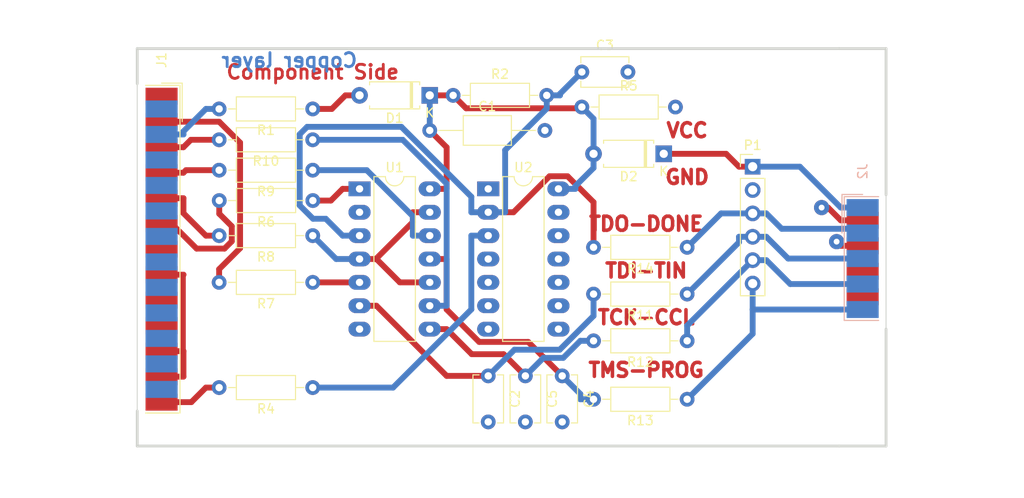
<source format=kicad_pcb>
(kicad_pcb (version 20171130) (host pcbnew 5.1.5-52549c5~84~ubuntu18.04.1)

  (general
    (thickness 1.6002)
    (drawings 19)
    (tracks 161)
    (zones 0)
    (modules 25)
    (nets 43)
  )

  (page A4)
  (title_block
    (rev 1)
    (company "Kicad Demo")
  )

  (layers
    (0 top_copper signal)
    (31 bottom_copper signal)
    (32 B.Adhes user)
    (33 F.Adhes user)
    (34 B.Paste user)
    (35 F.Paste user)
    (36 B.SilkS user)
    (37 F.SilkS user)
    (38 B.Mask user)
    (39 F.Mask user)
    (40 Dwgs.User user)
    (41 Cmts.User user)
    (42 Eco1.User user)
    (43 Eco2.User user)
    (44 Edge.Cuts user)
    (45 Margin user)
    (46 B.CrtYd user)
    (47 F.CrtYd user)
    (48 B.Fab user)
    (49 F.Fab user)
  )

  (setup
    (last_trace_width 0.635)
    (user_trace_width 0.4)
    (user_trace_width 1)
    (trace_clearance 0.254)
    (zone_clearance 0.508)
    (zone_45_only no)
    (trace_min 0.2032)
    (via_size 1.651)
    (via_drill 0.635)
    (via_min_size 0.889)
    (via_min_drill 0.508)
    (uvia_size 0.508)
    (uvia_drill 0.127)
    (uvias_allowed no)
    (uvia_min_size 0.508)
    (uvia_min_drill 0.127)
    (edge_width 0.1)
    (segment_width 0.3)
    (pcb_text_width 0.3048)
    (pcb_text_size 1.5 1.5)
    (mod_edge_width 0.3)
    (mod_text_size 0.3 1.5)
    (mod_text_width 0.3)
    (pad_size 1.778 5.08)
    (pad_drill 0)
    (pad_to_mask_clearance 0.254)
    (aux_axis_origin 0 0)
    (visible_elements 7FFFFFFF)
    (pcbplotparams
      (layerselection 0x00030_80000001)
      (usegerberextensions false)
      (usegerberattributes false)
      (usegerberadvancedattributes false)
      (creategerberjobfile false)
      (excludeedgelayer false)
      (linewidth 0.150000)
      (plotframeref false)
      (viasonmask false)
      (mode 1)
      (useauxorigin false)
      (hpglpennumber 1)
      (hpglpenspeed 20)
      (hpglpendiameter 15.000000)
      (psnegative false)
      (psa4output false)
      (plotreference true)
      (plotvalue true)
      (plotinvisibletext false)
      (padsonsilk false)
      (subtractmaskfromsilk false)
      (outputformat 1)
      (mirror false)
      (drillshape 1)
      (scaleselection 1)
      (outputdirectory ""))
  )

  (net 0 "")
  (net 1 /CLK-D1)
  (net 2 /CTRL-D3)
  (net 3 /DONE-SELECT*)
  (net 4 /PWR_3,3-5V)
  (net 5 /TCK-CCLK)
  (net 6 /TD0-DONE)
  (net 7 /TD0-PROG-D4)
  (net 8 /TDI-DIN)
  (net 9 /TDI-DIN-D0)
  (net 10 /TMS-PROG)
  (net 11 /TMS-PROG-D2)
  (net 12 /VCC_SENSE-ERROR*)
  (net 13 GND)
  (net 14 VCC)
  (net 15 "Net-(C3-Pad1)")
  (net 16 "Net-(R4-Pad1)")
  (net 17 "Net-(U2-Pad6)")
  (net 18 "Net-(U2-Pad8)")
  (net 19 "Net-(U2-Pad11)")
  (net 20 "Net-(R6-Pad1)")
  (net 21 "Net-(R8-Pad1)")
  (net 22 "Net-(R7-Pad1)")
  (net 23 "Net-(C2-Pad1)")
  (net 24 "Net-(C5-Pad1)")
  (net 25 "Net-(R10-Pad1)")
  (net 26 "Net-(C4-Pad1)")
  (net 27 "Net-(R9-Pad1)")
  (net 28 "Net-(D1-Pad2)")
  (net 29 "Net-(J1-Pad11)")
  (net 30 "Net-(J1-Pad10)")
  (net 31 "Net-(J1-Pad9)")
  (net 32 "Net-(J1-Pad7)")
  (net 33 "Net-(J1-Pad1)")
  (net 34 "Net-(J1-Pad24)")
  (net 35 "Net-(J1-Pad23)")
  (net 36 "Net-(J1-Pad22)")
  (net 37 "Net-(J1-Pad21)")
  (net 38 "Net-(J1-Pad19)")
  (net 39 "Net-(J1-Pad18)")
  (net 40 "Net-(J1-Pad17)")
  (net 41 "Net-(J1-Pad16)")
  (net 42 "Net-(J1-Pad14)")

  (net_class Default "Ceci est la Netclass par défaut"
    (clearance 0.254)
    (trace_width 0.635)
    (via_dia 1.651)
    (via_drill 0.635)
    (uvia_dia 0.508)
    (uvia_drill 0.127)
    (add_net /CLK-D1)
    (add_net /CTRL-D3)
    (add_net /DONE-SELECT*)
    (add_net /PWR_3,3-5V)
    (add_net /TCK-CCLK)
    (add_net /TD0-DONE)
    (add_net /TD0-PROG-D4)
    (add_net /TDI-DIN)
    (add_net /TDI-DIN-D0)
    (add_net /TMS-PROG)
    (add_net /TMS-PROG-D2)
    (add_net /VCC_SENSE-ERROR*)
    (add_net GND)
    (add_net "Net-(C2-Pad1)")
    (add_net "Net-(C3-Pad1)")
    (add_net "Net-(C4-Pad1)")
    (add_net "Net-(C5-Pad1)")
    (add_net "Net-(D1-Pad2)")
    (add_net "Net-(J1-Pad1)")
    (add_net "Net-(J1-Pad10)")
    (add_net "Net-(J1-Pad11)")
    (add_net "Net-(J1-Pad14)")
    (add_net "Net-(J1-Pad16)")
    (add_net "Net-(J1-Pad17)")
    (add_net "Net-(J1-Pad18)")
    (add_net "Net-(J1-Pad19)")
    (add_net "Net-(J1-Pad21)")
    (add_net "Net-(J1-Pad22)")
    (add_net "Net-(J1-Pad23)")
    (add_net "Net-(J1-Pad24)")
    (add_net "Net-(J1-Pad7)")
    (add_net "Net-(J1-Pad9)")
    (add_net "Net-(R10-Pad1)")
    (add_net "Net-(R4-Pad1)")
    (add_net "Net-(R6-Pad1)")
    (add_net "Net-(R7-Pad1)")
    (add_net "Net-(R8-Pad1)")
    (add_net "Net-(R9-Pad1)")
    (add_net "Net-(U2-Pad11)")
    (add_net "Net-(U2-Pad6)")
    (add_net "Net-(U2-Pad8)")
    (add_net VCC)
  )

  (module Connector_Dsub:DSUB-25_Male_EdgeMount_P2.77mm (layer top_copper) (tedit 59FEDEE2) (tstamp 5A73AC29)
    (at 105.512 89.1032 270)
    (descr "25-pin D-Sub connector, solder-cups edge-mounted, male, x-pin-pitch 2.77mm, distance of mounting holes 47.1mm, see https://disti-assets.s3.amazonaws.com/tonar/files/datasheets/16730.pdf")
    (tags "25-pin D-Sub connector edge mount solder cup male x-pin-pitch 2.77mm mounting holes distance 47.1mm")
    (path /3EBF7D04)
    (attr smd)
    (fp_text reference J1 (at -20.543333 0 270) (layer F.SilkS)
      (effects (font (size 1 1) (thickness 0.15)))
    )
    (fp_text value DB25MALE (at 0 16.69 270) (layer F.Fab)
      (effects (font (size 1 1) (thickness 0.15)))
    )
    (fp_line (start -17.22 -0.91) (end -17.22 1.99) (layer F.Fab) (width 0.1))
    (fp_line (start -17.22 1.99) (end -16.02 1.99) (layer F.Fab) (width 0.1))
    (fp_line (start -16.02 1.99) (end -16.02 -0.91) (layer F.Fab) (width 0.1))
    (fp_line (start -16.02 -0.91) (end -17.22 -0.91) (layer F.Fab) (width 0.1))
    (fp_line (start -14.45 -0.91) (end -14.45 1.99) (layer F.Fab) (width 0.1))
    (fp_line (start -14.45 1.99) (end -13.25 1.99) (layer F.Fab) (width 0.1))
    (fp_line (start -13.25 1.99) (end -13.25 -0.91) (layer F.Fab) (width 0.1))
    (fp_line (start -13.25 -0.91) (end -14.45 -0.91) (layer F.Fab) (width 0.1))
    (fp_line (start -11.68 -0.91) (end -11.68 1.99) (layer F.Fab) (width 0.1))
    (fp_line (start -11.68 1.99) (end -10.48 1.99) (layer F.Fab) (width 0.1))
    (fp_line (start -10.48 1.99) (end -10.48 -0.91) (layer F.Fab) (width 0.1))
    (fp_line (start -10.48 -0.91) (end -11.68 -0.91) (layer F.Fab) (width 0.1))
    (fp_line (start -8.91 -0.91) (end -8.91 1.99) (layer F.Fab) (width 0.1))
    (fp_line (start -8.91 1.99) (end -7.71 1.99) (layer F.Fab) (width 0.1))
    (fp_line (start -7.71 1.99) (end -7.71 -0.91) (layer F.Fab) (width 0.1))
    (fp_line (start -7.71 -0.91) (end -8.91 -0.91) (layer F.Fab) (width 0.1))
    (fp_line (start -6.14 -0.91) (end -6.14 1.99) (layer F.Fab) (width 0.1))
    (fp_line (start -6.14 1.99) (end -4.94 1.99) (layer F.Fab) (width 0.1))
    (fp_line (start -4.94 1.99) (end -4.94 -0.91) (layer F.Fab) (width 0.1))
    (fp_line (start -4.94 -0.91) (end -6.14 -0.91) (layer F.Fab) (width 0.1))
    (fp_line (start -3.37 -0.91) (end -3.37 1.99) (layer F.Fab) (width 0.1))
    (fp_line (start -3.37 1.99) (end -2.17 1.99) (layer F.Fab) (width 0.1))
    (fp_line (start -2.17 1.99) (end -2.17 -0.91) (layer F.Fab) (width 0.1))
    (fp_line (start -2.17 -0.91) (end -3.37 -0.91) (layer F.Fab) (width 0.1))
    (fp_line (start -0.6 -0.91) (end -0.6 1.99) (layer F.Fab) (width 0.1))
    (fp_line (start -0.6 1.99) (end 0.6 1.99) (layer F.Fab) (width 0.1))
    (fp_line (start 0.6 1.99) (end 0.6 -0.91) (layer F.Fab) (width 0.1))
    (fp_line (start 0.6 -0.91) (end -0.6 -0.91) (layer F.Fab) (width 0.1))
    (fp_line (start 2.17 -0.91) (end 2.17 1.99) (layer F.Fab) (width 0.1))
    (fp_line (start 2.17 1.99) (end 3.37 1.99) (layer F.Fab) (width 0.1))
    (fp_line (start 3.37 1.99) (end 3.37 -0.91) (layer F.Fab) (width 0.1))
    (fp_line (start 3.37 -0.91) (end 2.17 -0.91) (layer F.Fab) (width 0.1))
    (fp_line (start 4.94 -0.91) (end 4.94 1.99) (layer F.Fab) (width 0.1))
    (fp_line (start 4.94 1.99) (end 6.14 1.99) (layer F.Fab) (width 0.1))
    (fp_line (start 6.14 1.99) (end 6.14 -0.91) (layer F.Fab) (width 0.1))
    (fp_line (start 6.14 -0.91) (end 4.94 -0.91) (layer F.Fab) (width 0.1))
    (fp_line (start 7.71 -0.91) (end 7.71 1.99) (layer F.Fab) (width 0.1))
    (fp_line (start 7.71 1.99) (end 8.91 1.99) (layer F.Fab) (width 0.1))
    (fp_line (start 8.91 1.99) (end 8.91 -0.91) (layer F.Fab) (width 0.1))
    (fp_line (start 8.91 -0.91) (end 7.71 -0.91) (layer F.Fab) (width 0.1))
    (fp_line (start 10.48 -0.91) (end 10.48 1.99) (layer F.Fab) (width 0.1))
    (fp_line (start 10.48 1.99) (end 11.68 1.99) (layer F.Fab) (width 0.1))
    (fp_line (start 11.68 1.99) (end 11.68 -0.91) (layer F.Fab) (width 0.1))
    (fp_line (start 11.68 -0.91) (end 10.48 -0.91) (layer F.Fab) (width 0.1))
    (fp_line (start 13.25 -0.91) (end 13.25 1.99) (layer F.Fab) (width 0.1))
    (fp_line (start 13.25 1.99) (end 14.45 1.99) (layer F.Fab) (width 0.1))
    (fp_line (start 14.45 1.99) (end 14.45 -0.91) (layer F.Fab) (width 0.1))
    (fp_line (start 14.45 -0.91) (end 13.25 -0.91) (layer F.Fab) (width 0.1))
    (fp_line (start 16.02 -0.91) (end 16.02 1.99) (layer F.Fab) (width 0.1))
    (fp_line (start 16.02 1.99) (end 17.22 1.99) (layer F.Fab) (width 0.1))
    (fp_line (start 17.22 1.99) (end 17.22 -0.91) (layer F.Fab) (width 0.1))
    (fp_line (start 17.22 -0.91) (end 16.02 -0.91) (layer F.Fab) (width 0.1))
    (fp_line (start -15.835 -0.91) (end -15.835 1.99) (layer B.Fab) (width 0.1))
    (fp_line (start -15.835 1.99) (end -14.635 1.99) (layer B.Fab) (width 0.1))
    (fp_line (start -14.635 1.99) (end -14.635 -0.91) (layer B.Fab) (width 0.1))
    (fp_line (start -14.635 -0.91) (end -15.835 -0.91) (layer B.Fab) (width 0.1))
    (fp_line (start -13.065 -0.91) (end -13.065 1.99) (layer B.Fab) (width 0.1))
    (fp_line (start -13.065 1.99) (end -11.865 1.99) (layer B.Fab) (width 0.1))
    (fp_line (start -11.865 1.99) (end -11.865 -0.91) (layer B.Fab) (width 0.1))
    (fp_line (start -11.865 -0.91) (end -13.065 -0.91) (layer B.Fab) (width 0.1))
    (fp_line (start -10.295 -0.91) (end -10.295 1.99) (layer B.Fab) (width 0.1))
    (fp_line (start -10.295 1.99) (end -9.095 1.99) (layer B.Fab) (width 0.1))
    (fp_line (start -9.095 1.99) (end -9.095 -0.91) (layer B.Fab) (width 0.1))
    (fp_line (start -9.095 -0.91) (end -10.295 -0.91) (layer B.Fab) (width 0.1))
    (fp_line (start -7.525 -0.91) (end -7.525 1.99) (layer B.Fab) (width 0.1))
    (fp_line (start -7.525 1.99) (end -6.325 1.99) (layer B.Fab) (width 0.1))
    (fp_line (start -6.325 1.99) (end -6.325 -0.91) (layer B.Fab) (width 0.1))
    (fp_line (start -6.325 -0.91) (end -7.525 -0.91) (layer B.Fab) (width 0.1))
    (fp_line (start -4.755 -0.91) (end -4.755 1.99) (layer B.Fab) (width 0.1))
    (fp_line (start -4.755 1.99) (end -3.555 1.99) (layer B.Fab) (width 0.1))
    (fp_line (start -3.555 1.99) (end -3.555 -0.91) (layer B.Fab) (width 0.1))
    (fp_line (start -3.555 -0.91) (end -4.755 -0.91) (layer B.Fab) (width 0.1))
    (fp_line (start -1.985 -0.91) (end -1.985 1.99) (layer B.Fab) (width 0.1))
    (fp_line (start -1.985 1.99) (end -0.785 1.99) (layer B.Fab) (width 0.1))
    (fp_line (start -0.785 1.99) (end -0.785 -0.91) (layer B.Fab) (width 0.1))
    (fp_line (start -0.785 -0.91) (end -1.985 -0.91) (layer B.Fab) (width 0.1))
    (fp_line (start 0.785 -0.91) (end 0.785 1.99) (layer B.Fab) (width 0.1))
    (fp_line (start 0.785 1.99) (end 1.985 1.99) (layer B.Fab) (width 0.1))
    (fp_line (start 1.985 1.99) (end 1.985 -0.91) (layer B.Fab) (width 0.1))
    (fp_line (start 1.985 -0.91) (end 0.785 -0.91) (layer B.Fab) (width 0.1))
    (fp_line (start 3.555 -0.91) (end 3.555 1.99) (layer B.Fab) (width 0.1))
    (fp_line (start 3.555 1.99) (end 4.755 1.99) (layer B.Fab) (width 0.1))
    (fp_line (start 4.755 1.99) (end 4.755 -0.91) (layer B.Fab) (width 0.1))
    (fp_line (start 4.755 -0.91) (end 3.555 -0.91) (layer B.Fab) (width 0.1))
    (fp_line (start 6.325 -0.91) (end 6.325 1.99) (layer B.Fab) (width 0.1))
    (fp_line (start 6.325 1.99) (end 7.525 1.99) (layer B.Fab) (width 0.1))
    (fp_line (start 7.525 1.99) (end 7.525 -0.91) (layer B.Fab) (width 0.1))
    (fp_line (start 7.525 -0.91) (end 6.325 -0.91) (layer B.Fab) (width 0.1))
    (fp_line (start 9.095 -0.91) (end 9.095 1.99) (layer B.Fab) (width 0.1))
    (fp_line (start 9.095 1.99) (end 10.295 1.99) (layer B.Fab) (width 0.1))
    (fp_line (start 10.295 1.99) (end 10.295 -0.91) (layer B.Fab) (width 0.1))
    (fp_line (start 10.295 -0.91) (end 9.095 -0.91) (layer B.Fab) (width 0.1))
    (fp_line (start 11.865 -0.91) (end 11.865 1.99) (layer B.Fab) (width 0.1))
    (fp_line (start 11.865 1.99) (end 13.065 1.99) (layer B.Fab) (width 0.1))
    (fp_line (start 13.065 1.99) (end 13.065 -0.91) (layer B.Fab) (width 0.1))
    (fp_line (start 13.065 -0.91) (end 11.865 -0.91) (layer B.Fab) (width 0.1))
    (fp_line (start 14.635 -0.91) (end 14.635 1.99) (layer B.Fab) (width 0.1))
    (fp_line (start 14.635 1.99) (end 15.835 1.99) (layer B.Fab) (width 0.1))
    (fp_line (start 15.835 1.99) (end 15.835 -0.91) (layer B.Fab) (width 0.1))
    (fp_line (start 15.835 -0.91) (end 14.635 -0.91) (layer B.Fab) (width 0.1))
    (fp_line (start -18.55 1.99) (end -18.55 4.79) (layer F.Fab) (width 0.1))
    (fp_line (start -18.55 4.79) (end 18.55 4.79) (layer F.Fab) (width 0.1))
    (fp_line (start 18.55 4.79) (end 18.55 1.99) (layer F.Fab) (width 0.1))
    (fp_line (start 18.55 1.99) (end -18.55 1.99) (layer F.Fab) (width 0.1))
    (fp_line (start -19.55 4.79) (end -19.55 9.29) (layer F.Fab) (width 0.1))
    (fp_line (start -19.55 9.29) (end 19.55 9.29) (layer F.Fab) (width 0.1))
    (fp_line (start 19.55 9.29) (end 19.55 4.79) (layer F.Fab) (width 0.1))
    (fp_line (start 19.55 4.79) (end -19.55 4.79) (layer F.Fab) (width 0.1))
    (fp_line (start -26.55 9.29) (end -26.55 9.69) (layer F.Fab) (width 0.1))
    (fp_line (start -26.55 9.69) (end 26.55 9.69) (layer F.Fab) (width 0.1))
    (fp_line (start 26.55 9.69) (end 26.55 9.29) (layer F.Fab) (width 0.1))
    (fp_line (start 26.55 9.29) (end -26.55 9.29) (layer F.Fab) (width 0.1))
    (fp_line (start -19.15 9.69) (end -19.15 15.69) (layer F.Fab) (width 0.1))
    (fp_line (start -19.15 15.69) (end 19.15 15.69) (layer F.Fab) (width 0.1))
    (fp_line (start 19.15 15.69) (end 19.15 9.69) (layer F.Fab) (width 0.1))
    (fp_line (start 19.15 9.69) (end -19.15 9.69) (layer F.Fab) (width 0.1))
    (fp_line (start -18.05 -2.25) (end 18.05 -2.25) (layer F.CrtYd) (width 0.05))
    (fp_line (start 18.05 -2.25) (end 18.05 1.5) (layer F.CrtYd) (width 0.05))
    (fp_line (start 18.05 1.5) (end 19.05 1.5) (layer F.CrtYd) (width 0.05))
    (fp_line (start 19.05 1.5) (end 19.05 4.3) (layer F.CrtYd) (width 0.05))
    (fp_line (start 19.05 4.3) (end 20.05 4.3) (layer F.CrtYd) (width 0.05))
    (fp_line (start 20.05 4.3) (end 20.05 8.8) (layer F.CrtYd) (width 0.05))
    (fp_line (start 20.05 8.8) (end 27.05 8.8) (layer F.CrtYd) (width 0.05))
    (fp_line (start 27.05 8.8) (end 27.05 10.2) (layer F.CrtYd) (width 0.05))
    (fp_line (start 27.05 10.2) (end 19.65 10.2) (layer F.CrtYd) (width 0.05))
    (fp_line (start 19.65 10.2) (end 19.65 16.2) (layer F.CrtYd) (width 0.05))
    (fp_line (start 19.65 16.2) (end -19.65 16.2) (layer F.CrtYd) (width 0.05))
    (fp_line (start -19.65 16.2) (end -19.65 10.2) (layer F.CrtYd) (width 0.05))
    (fp_line (start -19.65 10.2) (end -27.05 10.2) (layer F.CrtYd) (width 0.05))
    (fp_line (start -27.05 10.2) (end -27.05 8.8) (layer F.CrtYd) (width 0.05))
    (fp_line (start -27.05 8.8) (end -20.05 8.8) (layer F.CrtYd) (width 0.05))
    (fp_line (start -20.05 8.8) (end -20.05 4.3) (layer F.CrtYd) (width 0.05))
    (fp_line (start -20.05 4.3) (end -19.05 4.3) (layer F.CrtYd) (width 0.05))
    (fp_line (start -19.05 4.3) (end -19.05 1.5) (layer F.CrtYd) (width 0.05))
    (fp_line (start -19.05 1.5) (end -18.05 1.5) (layer F.CrtYd) (width 0.05))
    (fp_line (start -18.05 1.5) (end -18.05 -2.25) (layer F.CrtYd) (width 0.05))
    (fp_line (start 17.803333 1.74) (end 17.803333 -2) (layer F.SilkS) (width 0.12))
    (fp_line (start 17.803333 -2) (end -17.803333 -2) (layer F.SilkS) (width 0.12))
    (fp_line (start -17.803333 -2) (end -17.803333 1.74) (layer F.SilkS) (width 0.12))
    (fp_line (start -18.043333 0) (end -18.043333 -2.24) (layer F.SilkS) (width 0.12))
    (fp_line (start -18.043333 -2.24) (end -13.85 -2.24) (layer F.SilkS) (width 0.12))
    (fp_line (start -26.55 1.99) (end 26.55 1.99) (layer Dwgs.User) (width 0.05))
    (fp_text user %R (at 0 3.39 270) (layer F.Fab)
      (effects (font (size 1 1) (thickness 0.15)))
    )
    (fp_text user "PCB edge" (at -21.55 1.323333 270) (layer Dwgs.User)
      (effects (font (size 0.5 0.5) (thickness 0.075)))
    )
    (pad 1 smd rect (at -16.62 0 270) (size 1.846667 3.48) (layers top_copper F.Paste F.Mask)
      (net 33 "Net-(J1-Pad1)"))
    (pad 2 smd rect (at -13.85 0 270) (size 1.846667 3.48) (layers top_copper F.Paste F.Mask)
      (net 9 /TDI-DIN-D0))
    (pad 3 smd rect (at -11.08 0 270) (size 1.846667 3.48) (layers top_copper F.Paste F.Mask)
      (net 1 /CLK-D1))
    (pad 4 smd rect (at -8.31 0 270) (size 1.846667 3.48) (layers top_copper F.Paste F.Mask)
      (net 11 /TMS-PROG-D2))
    (pad 5 smd rect (at -5.54 0 270) (size 1.846667 3.48) (layers top_copper F.Paste F.Mask)
      (net 2 /CTRL-D3))
    (pad 6 smd rect (at -2.77 0 270) (size 1.846667 3.48) (layers top_copper F.Paste F.Mask)
      (net 7 /TD0-PROG-D4))
    (pad 7 smd rect (at 0 0 270) (size 1.846667 3.48) (layers top_copper F.Paste F.Mask)
      (net 32 "Net-(J1-Pad7)"))
    (pad 8 smd rect (at 2.77 0 270) (size 1.846667 3.48) (layers top_copper F.Paste F.Mask)
      (net 29 "Net-(J1-Pad11)"))
    (pad 9 smd rect (at 5.54 0 270) (size 1.846667 3.48) (layers top_copper F.Paste F.Mask)
      (net 31 "Net-(J1-Pad9)"))
    (pad 10 smd rect (at 8.31 0 270) (size 1.846667 3.48) (layers top_copper F.Paste F.Mask)
      (net 30 "Net-(J1-Pad10)"))
    (pad 11 smd rect (at 11.08 0 270) (size 1.846667 3.48) (layers top_copper F.Paste F.Mask)
      (net 29 "Net-(J1-Pad11)"))
    (pad 12 smd rect (at 13.85 0 270) (size 1.846667 3.48) (layers top_copper F.Paste F.Mask)
      (net 29 "Net-(J1-Pad11)"))
    (pad 13 smd rect (at 16.62 0 270) (size 1.846667 3.48) (layers top_copper F.Paste F.Mask)
      (net 3 /DONE-SELECT*))
    (pad 14 smd rect (at -15.235 0 270) (size 1.846667 3.48) (layers bottom_copper B.Paste B.Mask)
      (net 42 "Net-(J1-Pad14)"))
    (pad 15 smd rect (at -12.465 0 270) (size 1.846667 3.48) (layers bottom_copper B.Paste B.Mask)
      (net 12 /VCC_SENSE-ERROR*))
    (pad 16 smd rect (at -9.695 0 270) (size 1.846667 3.48) (layers bottom_copper B.Paste B.Mask)
      (net 41 "Net-(J1-Pad16)"))
    (pad 17 smd rect (at -6.925 0 270) (size 1.846667 3.48) (layers bottom_copper B.Paste B.Mask)
      (net 40 "Net-(J1-Pad17)"))
    (pad 18 smd rect (at -4.155 0 270) (size 1.846667 3.48) (layers bottom_copper B.Paste B.Mask)
      (net 39 "Net-(J1-Pad18)"))
    (pad 19 smd rect (at -1.385 0 270) (size 1.846667 3.48) (layers bottom_copper B.Paste B.Mask)
      (net 38 "Net-(J1-Pad19)"))
    (pad 20 smd rect (at 1.385 0 270) (size 1.846667 3.48) (layers bottom_copper B.Paste B.Mask)
      (net 13 GND))
    (pad 21 smd rect (at 4.155 0 270) (size 1.846667 3.48) (layers bottom_copper B.Paste B.Mask)
      (net 37 "Net-(J1-Pad21)"))
    (pad 22 smd rect (at 6.925 0 270) (size 1.846667 3.48) (layers bottom_copper B.Paste B.Mask)
      (net 36 "Net-(J1-Pad22)"))
    (pad 23 smd rect (at 9.695 0 270) (size 1.846667 3.48) (layers bottom_copper B.Paste B.Mask)
      (net 35 "Net-(J1-Pad23)"))
    (pad 24 smd rect (at 12.465 0 270) (size 1.846667 3.48) (layers bottom_copper B.Paste B.Mask)
      (net 34 "Net-(J1-Pad24)"))
    (pad 25 smd rect (at 15.235 0 270) (size 1.846667 3.48) (layers bottom_copper B.Paste B.Mask)
      (net 13 GND))
    (model ${KISYS3DMOD}/Connector_Dsub.3dshapes/DSUB-25_Male_EdgeMount_P2.77mm.wrl
      (at (xyz 0 0 0))
      (scale (xyz 1 1 1))
      (rotate (xyz 0 0 0))
    )
  )

  (module Connector_Dsub:DSUB-9_Male_EdgeMount_P2.77mm (layer bottom_copper) (tedit 59FEDEE2) (tstamp 5A73B143)
    (at 181.61 90.1192 270)
    (descr "9-pin D-Sub connector, solder-cups edge-mounted, male, x-pin-pitch 2.77mm, distance of mounting holes 25mm, see https://disti-assets.s3.amazonaws.com/tonar/files/datasheets/16730.pdf")
    (tags "9-pin D-Sub connector edge mount solder cup male x-pin-pitch 2.77mm mounting holes distance 25mm")
    (path /3ECDE5C8)
    (attr smd)
    (fp_text reference J2 (at -9.463333 0 270) (layer B.SilkS)
      (effects (font (size 1 1) (thickness 0.15)) (justify mirror))
    )
    (fp_text value DB9MALE (at 0 -16.69 270) (layer B.Fab)
      (effects (font (size 1 1) (thickness 0.15)) (justify mirror))
    )
    (fp_line (start -6.14 0.91) (end -6.14 -1.99) (layer B.Fab) (width 0.1))
    (fp_line (start -6.14 -1.99) (end -4.94 -1.99) (layer B.Fab) (width 0.1))
    (fp_line (start -4.94 -1.99) (end -4.94 0.91) (layer B.Fab) (width 0.1))
    (fp_line (start -4.94 0.91) (end -6.14 0.91) (layer B.Fab) (width 0.1))
    (fp_line (start -3.37 0.91) (end -3.37 -1.99) (layer B.Fab) (width 0.1))
    (fp_line (start -3.37 -1.99) (end -2.17 -1.99) (layer B.Fab) (width 0.1))
    (fp_line (start -2.17 -1.99) (end -2.17 0.91) (layer B.Fab) (width 0.1))
    (fp_line (start -2.17 0.91) (end -3.37 0.91) (layer B.Fab) (width 0.1))
    (fp_line (start -0.6 0.91) (end -0.6 -1.99) (layer B.Fab) (width 0.1))
    (fp_line (start -0.6 -1.99) (end 0.6 -1.99) (layer B.Fab) (width 0.1))
    (fp_line (start 0.6 -1.99) (end 0.6 0.91) (layer B.Fab) (width 0.1))
    (fp_line (start 0.6 0.91) (end -0.6 0.91) (layer B.Fab) (width 0.1))
    (fp_line (start 2.17 0.91) (end 2.17 -1.99) (layer B.Fab) (width 0.1))
    (fp_line (start 2.17 -1.99) (end 3.37 -1.99) (layer B.Fab) (width 0.1))
    (fp_line (start 3.37 -1.99) (end 3.37 0.91) (layer B.Fab) (width 0.1))
    (fp_line (start 3.37 0.91) (end 2.17 0.91) (layer B.Fab) (width 0.1))
    (fp_line (start 4.94 0.91) (end 4.94 -1.99) (layer B.Fab) (width 0.1))
    (fp_line (start 4.94 -1.99) (end 6.14 -1.99) (layer B.Fab) (width 0.1))
    (fp_line (start 6.14 -1.99) (end 6.14 0.91) (layer B.Fab) (width 0.1))
    (fp_line (start 6.14 0.91) (end 4.94 0.91) (layer B.Fab) (width 0.1))
    (fp_line (start -4.755 0.91) (end -4.755 -1.99) (layer F.Fab) (width 0.1))
    (fp_line (start -4.755 -1.99) (end -3.555 -1.99) (layer F.Fab) (width 0.1))
    (fp_line (start -3.555 -1.99) (end -3.555 0.91) (layer F.Fab) (width 0.1))
    (fp_line (start -3.555 0.91) (end -4.755 0.91) (layer F.Fab) (width 0.1))
    (fp_line (start -1.985 0.91) (end -1.985 -1.99) (layer F.Fab) (width 0.1))
    (fp_line (start -1.985 -1.99) (end -0.785 -1.99) (layer F.Fab) (width 0.1))
    (fp_line (start -0.785 -1.99) (end -0.785 0.91) (layer F.Fab) (width 0.1))
    (fp_line (start -0.785 0.91) (end -1.985 0.91) (layer F.Fab) (width 0.1))
    (fp_line (start 0.785 0.91) (end 0.785 -1.99) (layer F.Fab) (width 0.1))
    (fp_line (start 0.785 -1.99) (end 1.985 -1.99) (layer F.Fab) (width 0.1))
    (fp_line (start 1.985 -1.99) (end 1.985 0.91) (layer F.Fab) (width 0.1))
    (fp_line (start 1.985 0.91) (end 0.785 0.91) (layer F.Fab) (width 0.1))
    (fp_line (start 3.555 0.91) (end 3.555 -1.99) (layer F.Fab) (width 0.1))
    (fp_line (start 3.555 -1.99) (end 4.755 -1.99) (layer F.Fab) (width 0.1))
    (fp_line (start 4.755 -1.99) (end 4.755 0.91) (layer F.Fab) (width 0.1))
    (fp_line (start 4.755 0.91) (end 3.555 0.91) (layer F.Fab) (width 0.1))
    (fp_line (start -7.55 -1.99) (end -7.55 -4.79) (layer B.Fab) (width 0.1))
    (fp_line (start -7.55 -4.79) (end 7.55 -4.79) (layer B.Fab) (width 0.1))
    (fp_line (start 7.55 -4.79) (end 7.55 -1.99) (layer B.Fab) (width 0.1))
    (fp_line (start 7.55 -1.99) (end -7.55 -1.99) (layer B.Fab) (width 0.1))
    (fp_line (start -8.55 -4.79) (end -8.55 -9.29) (layer B.Fab) (width 0.1))
    (fp_line (start -8.55 -9.29) (end 8.55 -9.29) (layer B.Fab) (width 0.1))
    (fp_line (start 8.55 -9.29) (end 8.55 -4.79) (layer B.Fab) (width 0.1))
    (fp_line (start 8.55 -4.79) (end -8.55 -4.79) (layer B.Fab) (width 0.1))
    (fp_line (start -15.425 -9.29) (end -15.425 -9.69) (layer B.Fab) (width 0.1))
    (fp_line (start -15.425 -9.69) (end 15.425 -9.69) (layer B.Fab) (width 0.1))
    (fp_line (start 15.425 -9.69) (end 15.425 -9.29) (layer B.Fab) (width 0.1))
    (fp_line (start 15.425 -9.29) (end -15.425 -9.29) (layer B.Fab) (width 0.1))
    (fp_line (start -8.15 -9.69) (end -8.15 -15.69) (layer B.Fab) (width 0.1))
    (fp_line (start -8.15 -15.69) (end 8.15 -15.69) (layer B.Fab) (width 0.1))
    (fp_line (start 8.15 -15.69) (end 8.15 -9.69) (layer B.Fab) (width 0.1))
    (fp_line (start 8.15 -9.69) (end -8.15 -9.69) (layer B.Fab) (width 0.1))
    (fp_line (start -7 2.25) (end 7 2.25) (layer B.CrtYd) (width 0.05))
    (fp_line (start 7 2.25) (end 7 -1.5) (layer B.CrtYd) (width 0.05))
    (fp_line (start 7 -1.5) (end 8.05 -1.5) (layer B.CrtYd) (width 0.05))
    (fp_line (start 8.05 -1.5) (end 8.05 -4.3) (layer B.CrtYd) (width 0.05))
    (fp_line (start 8.05 -4.3) (end 9.05 -4.3) (layer B.CrtYd) (width 0.05))
    (fp_line (start 9.05 -4.3) (end 9.05 -8.8) (layer B.CrtYd) (width 0.05))
    (fp_line (start 9.05 -8.8) (end 15.95 -8.8) (layer B.CrtYd) (width 0.05))
    (fp_line (start 15.95 -8.8) (end 15.95 -10.2) (layer B.CrtYd) (width 0.05))
    (fp_line (start 15.95 -10.2) (end 8.65 -10.2) (layer B.CrtYd) (width 0.05))
    (fp_line (start 8.65 -10.2) (end 8.65 -16.2) (layer B.CrtYd) (width 0.05))
    (fp_line (start 8.65 -16.2) (end -8.65 -16.2) (layer B.CrtYd) (width 0.05))
    (fp_line (start -8.65 -16.2) (end -8.65 -10.2) (layer B.CrtYd) (width 0.05))
    (fp_line (start -8.65 -10.2) (end -15.95 -10.2) (layer B.CrtYd) (width 0.05))
    (fp_line (start -15.95 -10.2) (end -15.95 -8.8) (layer B.CrtYd) (width 0.05))
    (fp_line (start -15.95 -8.8) (end -9.05 -8.8) (layer B.CrtYd) (width 0.05))
    (fp_line (start -9.05 -8.8) (end -9.05 -4.3) (layer B.CrtYd) (width 0.05))
    (fp_line (start -9.05 -4.3) (end -8.05 -4.3) (layer B.CrtYd) (width 0.05))
    (fp_line (start -8.05 -4.3) (end -8.05 -1.5) (layer B.CrtYd) (width 0.05))
    (fp_line (start -8.05 -1.5) (end -7 -1.5) (layer B.CrtYd) (width 0.05))
    (fp_line (start -7 -1.5) (end -7 2.25) (layer B.CrtYd) (width 0.05))
    (fp_line (start 6.723333 -1.74) (end 6.723333 2) (layer B.SilkS) (width 0.12))
    (fp_line (start 6.723333 2) (end -6.723333 2) (layer B.SilkS) (width 0.12))
    (fp_line (start -6.723333 2) (end -6.723333 -1.74) (layer B.SilkS) (width 0.12))
    (fp_line (start -6.963333 0) (end -6.963333 2.24) (layer B.SilkS) (width 0.12))
    (fp_line (start -6.963333 2.24) (end -2.77 2.24) (layer B.SilkS) (width 0.12))
    (fp_line (start -15.425 -1.99) (end 15.425 -1.99) (layer Dwgs.User) (width 0.05))
    (fp_text user %R (at 0 -3.39 270) (layer B.Fab)
      (effects (font (size 1 1) (thickness 0.15)) (justify mirror))
    )
    (fp_text user "PCB edge" (at -10.425 -1.323333 270) (layer Dwgs.User)
      (effects (font (size 0.5 0.5) (thickness 0.075)))
    )
    (pad 1 smd rect (at -5.54 0 270) (size 1.846667 3.48) (layers bottom_copper B.Paste B.Mask)
      (net 4 /PWR_3,3-5V))
    (pad 2 smd rect (at -2.77 0 270) (size 1.846667 3.48) (layers bottom_copper B.Paste B.Mask)
      (net 6 /TD0-DONE))
    (pad 3 smd rect (at 0 0 270) (size 1.846667 3.48) (layers bottom_copper B.Paste B.Mask)
      (net 8 /TDI-DIN))
    (pad 4 smd rect (at 2.77 0 270) (size 1.846667 3.48) (layers bottom_copper B.Paste B.Mask)
      (net 5 /TCK-CCLK))
    (pad 5 smd rect (at 5.54 0 270) (size 1.846667 3.48) (layers bottom_copper B.Paste B.Mask)
      (net 10 /TMS-PROG))
    (pad 6 smd rect (at -4.155 0 270) (size 1.846667 3.48) (layers top_copper F.Paste F.Mask)
      (net 13 GND))
    (pad 7 smd rect (at -1.385 0 270) (size 1.846667 3.48) (layers top_copper F.Paste F.Mask)
      (net 13 GND))
    (pad 8 smd rect (at 1.385 0 270) (size 1.846667 3.48) (layers top_copper F.Paste F.Mask)
      (net 13 GND))
    (pad 9 smd rect (at 4.155 0 270) (size 1.846667 3.48) (layers top_copper F.Paste F.Mask)
      (net 13 GND))
    (model ${KISYS3DMOD}/Connector_Dsub.3dshapes/DSUB-9_Male_EdgeMount_P2.77mm.wrl
      (at (xyz 0 0 0))
      (scale (xyz 1 1 1))
      (rotate (xyz 0 0 0))
    )
  )

  (module Connector_PinHeader_2.54mm:PinHeader_1x06_P2.54mm_Vertical (layer top_copper) (tedit 59FED5CC) (tstamp 5A583D55)
    (at 169.672 80.137)
    (descr "Through hole straight pin header, 1x06, 2.54mm pitch, single row")
    (tags "Through hole pin header THT 1x06 2.54mm single row")
    (path /3EBF830C)
    (fp_text reference P1 (at 0 -2.33) (layer F.SilkS)
      (effects (font (size 1 1) (thickness 0.15)))
    )
    (fp_text value CONN_6 (at 0 15.03) (layer F.Fab)
      (effects (font (size 1 1) (thickness 0.15)))
    )
    (fp_line (start -0.635 -1.27) (end 1.27 -1.27) (layer F.Fab) (width 0.1))
    (fp_line (start 1.27 -1.27) (end 1.27 13.97) (layer F.Fab) (width 0.1))
    (fp_line (start 1.27 13.97) (end -1.27 13.97) (layer F.Fab) (width 0.1))
    (fp_line (start -1.27 13.97) (end -1.27 -0.635) (layer F.Fab) (width 0.1))
    (fp_line (start -1.27 -0.635) (end -0.635 -1.27) (layer F.Fab) (width 0.1))
    (fp_line (start -1.33 14.03) (end 1.33 14.03) (layer F.SilkS) (width 0.12))
    (fp_line (start -1.33 1.27) (end -1.33 14.03) (layer F.SilkS) (width 0.12))
    (fp_line (start 1.33 1.27) (end 1.33 14.03) (layer F.SilkS) (width 0.12))
    (fp_line (start -1.33 1.27) (end 1.33 1.27) (layer F.SilkS) (width 0.12))
    (fp_line (start -1.33 0) (end -1.33 -1.33) (layer F.SilkS) (width 0.12))
    (fp_line (start -1.33 -1.33) (end 0 -1.33) (layer F.SilkS) (width 0.12))
    (fp_line (start -1.8 -1.8) (end -1.8 14.5) (layer F.CrtYd) (width 0.05))
    (fp_line (start -1.8 14.5) (end 1.8 14.5) (layer F.CrtYd) (width 0.05))
    (fp_line (start 1.8 14.5) (end 1.8 -1.8) (layer F.CrtYd) (width 0.05))
    (fp_line (start 1.8 -1.8) (end -1.8 -1.8) (layer F.CrtYd) (width 0.05))
    (fp_text user %R (at 0 6.35 90) (layer F.Fab)
      (effects (font (size 1 1) (thickness 0.15)))
    )
    (pad 1 thru_hole rect (at 0 0) (size 1.7 1.7) (drill 1) (layers *.Cu *.Mask)
      (net 4 /PWR_3,3-5V))
    (pad 2 thru_hole oval (at 0 2.54) (size 1.7 1.7) (drill 1) (layers *.Cu *.Mask)
      (net 13 GND))
    (pad 3 thru_hole oval (at 0 5.08) (size 1.7 1.7) (drill 1) (layers *.Cu *.Mask)
      (net 6 /TD0-DONE))
    (pad 4 thru_hole oval (at 0 7.62) (size 1.7 1.7) (drill 1) (layers *.Cu *.Mask)
      (net 8 /TDI-DIN))
    (pad 5 thru_hole oval (at 0 10.16) (size 1.7 1.7) (drill 1) (layers *.Cu *.Mask)
      (net 5 /TCK-CCLK))
    (pad 6 thru_hole oval (at 0 12.7) (size 1.7 1.7) (drill 1) (layers *.Cu *.Mask)
      (net 10 /TMS-PROG))
    (model ${KISYS3DMOD}/Connector_PinHeader_2.54mm.3dshapes/PinHeader_1x06_P2.54mm_Vertical.wrl
      (at (xyz 0 0 0))
      (scale (xyz 1 1 1))
      (rotate (xyz 0 0 0))
    )
  )

  (module Capacitor_THT:C_Disc_D5.1mm_W3.2mm_P5.00mm (layer top_copper) (tedit 5A142A3B) (tstamp 5A59B9B3)
    (at 140.97 102.87 270)
    (descr "C, Disc series, Radial, pin pitch=5.00mm, diameter*width=5.1*3.2mm^2, Capacitor, http://www.vishay.com/docs/45233/krseries.pdf")
    (tags "C Disc series Radial pin pitch 5.00mm  diameter 5.1mm width 3.2mm Capacitor")
    (path /4D528085)
    (fp_text reference C2 (at 2.5 -2.91 270) (layer F.SilkS)
      (effects (font (size 1 1) (thickness 0.15)))
    )
    (fp_text value 100pF (at 2.5 2.91 270) (layer F.Fab)
      (effects (font (size 1 1) (thickness 0.15)))
    )
    (fp_text user %R (at 2.5 0 270) (layer F.Fab)
      (effects (font (size 1 1) (thickness 0.15)))
    )
    (fp_line (start 6.05 -1.95) (end -1.05 -1.95) (layer F.CrtYd) (width 0.05))
    (fp_line (start 6.05 1.95) (end 6.05 -1.95) (layer F.CrtYd) (width 0.05))
    (fp_line (start -1.05 1.95) (end 6.05 1.95) (layer F.CrtYd) (width 0.05))
    (fp_line (start -1.05 -1.95) (end -1.05 1.95) (layer F.CrtYd) (width 0.05))
    (fp_line (start 5.11 0.996) (end 5.11 1.66) (layer F.SilkS) (width 0.12))
    (fp_line (start 5.11 -1.66) (end 5.11 -0.996) (layer F.SilkS) (width 0.12))
    (fp_line (start -0.11 0.996) (end -0.11 1.66) (layer F.SilkS) (width 0.12))
    (fp_line (start -0.11 -1.66) (end -0.11 -0.996) (layer F.SilkS) (width 0.12))
    (fp_line (start -0.11 1.66) (end 5.11 1.66) (layer F.SilkS) (width 0.12))
    (fp_line (start -0.11 -1.66) (end 5.11 -1.66) (layer F.SilkS) (width 0.12))
    (fp_line (start 5.05 -1.6) (end -0.05 -1.6) (layer F.Fab) (width 0.1))
    (fp_line (start 5.05 1.6) (end 5.05 -1.6) (layer F.Fab) (width 0.1))
    (fp_line (start -0.05 1.6) (end 5.05 1.6) (layer F.Fab) (width 0.1))
    (fp_line (start -0.05 -1.6) (end -0.05 1.6) (layer F.Fab) (width 0.1))
    (pad 2 thru_hole circle (at 5 0 270) (size 1.6 1.6) (drill 0.8) (layers *.Cu *.Mask)
      (net 13 GND))
    (pad 1 thru_hole circle (at 0 0 270) (size 1.6 1.6) (drill 0.8) (layers *.Cu *.Mask)
      (net 23 "Net-(C2-Pad1)"))
    (model ${KISYS3DMOD}/Capacitor_THT.3dshapes/C_Disc_D5.1mm_W3.2mm_P5.00mm.wrl
      (at (xyz 0 0 0))
      (scale (xyz 1 1 1))
      (rotate (xyz 0 0 0))
    )
  )

  (module Capacitor_THT:C_Disc_D5.1mm_W3.2mm_P5.00mm (layer top_copper) (tedit 5A142A3B) (tstamp 5A59B99F)
    (at 151.13 69.85)
    (descr "C, Disc series, Radial, pin pitch=5.00mm, diameter*width=5.1*3.2mm^2, Capacitor, http://www.vishay.com/docs/45233/krseries.pdf")
    (tags "C Disc series Radial pin pitch 5.00mm  diameter 5.1mm width 3.2mm Capacitor")
    (path /4D528084)
    (fp_text reference C3 (at 2.5 -2.91) (layer F.SilkS)
      (effects (font (size 1 1) (thickness 0.15)))
    )
    (fp_text value 100pF (at 2.5 2.91) (layer F.Fab)
      (effects (font (size 1 1) (thickness 0.15)))
    )
    (fp_line (start -0.05 -1.6) (end -0.05 1.6) (layer F.Fab) (width 0.1))
    (fp_line (start -0.05 1.6) (end 5.05 1.6) (layer F.Fab) (width 0.1))
    (fp_line (start 5.05 1.6) (end 5.05 -1.6) (layer F.Fab) (width 0.1))
    (fp_line (start 5.05 -1.6) (end -0.05 -1.6) (layer F.Fab) (width 0.1))
    (fp_line (start -0.11 -1.66) (end 5.11 -1.66) (layer F.SilkS) (width 0.12))
    (fp_line (start -0.11 1.66) (end 5.11 1.66) (layer F.SilkS) (width 0.12))
    (fp_line (start -0.11 -1.66) (end -0.11 -0.996) (layer F.SilkS) (width 0.12))
    (fp_line (start -0.11 0.996) (end -0.11 1.66) (layer F.SilkS) (width 0.12))
    (fp_line (start 5.11 -1.66) (end 5.11 -0.996) (layer F.SilkS) (width 0.12))
    (fp_line (start 5.11 0.996) (end 5.11 1.66) (layer F.SilkS) (width 0.12))
    (fp_line (start -1.05 -1.95) (end -1.05 1.95) (layer F.CrtYd) (width 0.05))
    (fp_line (start -1.05 1.95) (end 6.05 1.95) (layer F.CrtYd) (width 0.05))
    (fp_line (start 6.05 1.95) (end 6.05 -1.95) (layer F.CrtYd) (width 0.05))
    (fp_line (start 6.05 -1.95) (end -1.05 -1.95) (layer F.CrtYd) (width 0.05))
    (fp_text user %R (at 2.5 0) (layer F.Fab)
      (effects (font (size 1 1) (thickness 0.15)))
    )
    (pad 1 thru_hole circle (at 0 0) (size 1.6 1.6) (drill 0.8) (layers *.Cu *.Mask)
      (net 15 "Net-(C3-Pad1)"))
    (pad 2 thru_hole circle (at 5 0) (size 1.6 1.6) (drill 0.8) (layers *.Cu *.Mask)
      (net 13 GND))
    (model ${KISYS3DMOD}/Capacitor_THT.3dshapes/C_Disc_D5.1mm_W3.2mm_P5.00mm.wrl
      (at (xyz 0 0 0))
      (scale (xyz 1 1 1))
      (rotate (xyz 0 0 0))
    )
  )

  (module Capacitor_THT:C_Disc_D5.1mm_W3.2mm_P5.00mm (layer top_copper) (tedit 5A142A3B) (tstamp 5A59B98B)
    (at 149 102.87 270)
    (descr "C, Disc series, Radial, pin pitch=5.00mm, diameter*width=5.1*3.2mm^2, Capacitor, http://www.vishay.com/docs/45233/krseries.pdf")
    (tags "C Disc series Radial pin pitch 5.00mm  diameter 5.1mm width 3.2mm Capacitor")
    (path /3EBF81A7)
    (fp_text reference C4 (at 2.5 -2.91 270) (layer F.SilkS)
      (effects (font (size 1 1) (thickness 0.15)))
    )
    (fp_text value 100pF (at 2.5 2.91 270) (layer F.Fab)
      (effects (font (size 1 1) (thickness 0.15)))
    )
    (fp_text user %R (at 2.5 0 270) (layer F.Fab)
      (effects (font (size 1 1) (thickness 0.15)))
    )
    (fp_line (start 6.05 -1.95) (end -1.05 -1.95) (layer F.CrtYd) (width 0.05))
    (fp_line (start 6.05 1.95) (end 6.05 -1.95) (layer F.CrtYd) (width 0.05))
    (fp_line (start -1.05 1.95) (end 6.05 1.95) (layer F.CrtYd) (width 0.05))
    (fp_line (start -1.05 -1.95) (end -1.05 1.95) (layer F.CrtYd) (width 0.05))
    (fp_line (start 5.11 0.996) (end 5.11 1.66) (layer F.SilkS) (width 0.12))
    (fp_line (start 5.11 -1.66) (end 5.11 -0.996) (layer F.SilkS) (width 0.12))
    (fp_line (start -0.11 0.996) (end -0.11 1.66) (layer F.SilkS) (width 0.12))
    (fp_line (start -0.11 -1.66) (end -0.11 -0.996) (layer F.SilkS) (width 0.12))
    (fp_line (start -0.11 1.66) (end 5.11 1.66) (layer F.SilkS) (width 0.12))
    (fp_line (start -0.11 -1.66) (end 5.11 -1.66) (layer F.SilkS) (width 0.12))
    (fp_line (start 5.05 -1.6) (end -0.05 -1.6) (layer F.Fab) (width 0.1))
    (fp_line (start 5.05 1.6) (end 5.05 -1.6) (layer F.Fab) (width 0.1))
    (fp_line (start -0.05 1.6) (end 5.05 1.6) (layer F.Fab) (width 0.1))
    (fp_line (start -0.05 -1.6) (end -0.05 1.6) (layer F.Fab) (width 0.1))
    (pad 2 thru_hole circle (at 5 0 270) (size 1.6 1.6) (drill 0.8) (layers *.Cu *.Mask)
      (net 13 GND))
    (pad 1 thru_hole circle (at 0 0 270) (size 1.6 1.6) (drill 0.8) (layers *.Cu *.Mask)
      (net 26 "Net-(C4-Pad1)"))
    (model ${KISYS3DMOD}/Capacitor_THT.3dshapes/C_Disc_D5.1mm_W3.2mm_P5.00mm.wrl
      (at (xyz 0 0 0))
      (scale (xyz 1 1 1))
      (rotate (xyz 0 0 0))
    )
  )

  (module Capacitor_THT:C_Disc_D5.1mm_W3.2mm_P5.00mm (layer top_copper) (tedit 5A142A3B) (tstamp 5A59B977)
    (at 145 102.87 270)
    (descr "C, Disc series, Radial, pin pitch=5.00mm, diameter*width=5.1*3.2mm^2, Capacitor, http://www.vishay.com/docs/45233/krseries.pdf")
    (tags "C Disc series Radial pin pitch 5.00mm  diameter 5.1mm width 3.2mm Capacitor")
    (path /4D528086)
    (fp_text reference C5 (at 2.5 -2.91 270) (layer F.SilkS)
      (effects (font (size 1 1) (thickness 0.15)))
    )
    (fp_text value 100pF (at 2.5 2.91 270) (layer F.Fab)
      (effects (font (size 1 1) (thickness 0.15)))
    )
    (fp_line (start -0.05 -1.6) (end -0.05 1.6) (layer F.Fab) (width 0.1))
    (fp_line (start -0.05 1.6) (end 5.05 1.6) (layer F.Fab) (width 0.1))
    (fp_line (start 5.05 1.6) (end 5.05 -1.6) (layer F.Fab) (width 0.1))
    (fp_line (start 5.05 -1.6) (end -0.05 -1.6) (layer F.Fab) (width 0.1))
    (fp_line (start -0.11 -1.66) (end 5.11 -1.66) (layer F.SilkS) (width 0.12))
    (fp_line (start -0.11 1.66) (end 5.11 1.66) (layer F.SilkS) (width 0.12))
    (fp_line (start -0.11 -1.66) (end -0.11 -0.996) (layer F.SilkS) (width 0.12))
    (fp_line (start -0.11 0.996) (end -0.11 1.66) (layer F.SilkS) (width 0.12))
    (fp_line (start 5.11 -1.66) (end 5.11 -0.996) (layer F.SilkS) (width 0.12))
    (fp_line (start 5.11 0.996) (end 5.11 1.66) (layer F.SilkS) (width 0.12))
    (fp_line (start -1.05 -1.95) (end -1.05 1.95) (layer F.CrtYd) (width 0.05))
    (fp_line (start -1.05 1.95) (end 6.05 1.95) (layer F.CrtYd) (width 0.05))
    (fp_line (start 6.05 1.95) (end 6.05 -1.95) (layer F.CrtYd) (width 0.05))
    (fp_line (start 6.05 -1.95) (end -1.05 -1.95) (layer F.CrtYd) (width 0.05))
    (fp_text user %R (at 2.5 0 270) (layer F.Fab)
      (effects (font (size 1 1) (thickness 0.15)))
    )
    (pad 1 thru_hole circle (at 0 0 270) (size 1.6 1.6) (drill 0.8) (layers *.Cu *.Mask)
      (net 24 "Net-(C5-Pad1)"))
    (pad 2 thru_hole circle (at 5 0 270) (size 1.6 1.6) (drill 0.8) (layers *.Cu *.Mask)
      (net 13 GND))
    (model ${KISYS3DMOD}/Capacitor_THT.3dshapes/C_Disc_D5.1mm_W3.2mm_P5.00mm.wrl
      (at (xyz 0 0 0))
      (scale (xyz 1 1 1))
      (rotate (xyz 0 0 0))
    )
  )

  (module Package_DIP:DIP-14_W7.62mm_LongPads (layer top_copper) (tedit 5A02E8C5) (tstamp 5A58F5AD)
    (at 127 82.55)
    (descr "14-lead though-hole mounted DIP package, row spacing 7.62 mm (300 mils), LongPads")
    (tags "THT DIP DIL PDIP 2.54mm 7.62mm 300mil LongPads")
    (path /3EBF7DBD)
    (fp_text reference U1 (at 3.81 -2.33) (layer F.SilkS)
      (effects (font (size 1 1) (thickness 0.15)))
    )
    (fp_text value 74LS125 (at 3.81 17.57) (layer F.Fab)
      (effects (font (size 1 1) (thickness 0.15)))
    )
    (fp_text user %R (at 3.81 7.62) (layer F.Fab)
      (effects (font (size 1 1) (thickness 0.15)))
    )
    (fp_line (start 9.1 -1.55) (end -1.45 -1.55) (layer F.CrtYd) (width 0.05))
    (fp_line (start 9.1 16.8) (end 9.1 -1.55) (layer F.CrtYd) (width 0.05))
    (fp_line (start -1.45 16.8) (end 9.1 16.8) (layer F.CrtYd) (width 0.05))
    (fp_line (start -1.45 -1.55) (end -1.45 16.8) (layer F.CrtYd) (width 0.05))
    (fp_line (start 6.06 -1.33) (end 4.81 -1.33) (layer F.SilkS) (width 0.12))
    (fp_line (start 6.06 16.57) (end 6.06 -1.33) (layer F.SilkS) (width 0.12))
    (fp_line (start 1.56 16.57) (end 6.06 16.57) (layer F.SilkS) (width 0.12))
    (fp_line (start 1.56 -1.33) (end 1.56 16.57) (layer F.SilkS) (width 0.12))
    (fp_line (start 2.81 -1.33) (end 1.56 -1.33) (layer F.SilkS) (width 0.12))
    (fp_line (start 0.635 -0.27) (end 1.635 -1.27) (layer F.Fab) (width 0.1))
    (fp_line (start 0.635 16.51) (end 0.635 -0.27) (layer F.Fab) (width 0.1))
    (fp_line (start 6.985 16.51) (end 0.635 16.51) (layer F.Fab) (width 0.1))
    (fp_line (start 6.985 -1.27) (end 6.985 16.51) (layer F.Fab) (width 0.1))
    (fp_line (start 1.635 -1.27) (end 6.985 -1.27) (layer F.Fab) (width 0.1))
    (fp_arc (start 3.81 -1.33) (end 2.81 -1.33) (angle -180) (layer F.SilkS) (width 0.12))
    (pad 14 thru_hole oval (at 7.62 0) (size 2.4 1.6) (drill 0.8) (layers *.Cu *.Mask)
      (net 14 VCC))
    (pad 7 thru_hole oval (at 0 15.24) (size 2.4 1.6) (drill 0.8) (layers *.Cu *.Mask)
      (net 13 GND))
    (pad 13 thru_hole oval (at 7.62 2.54) (size 2.4 1.6) (drill 0.8) (layers *.Cu *.Mask)
      (net 21 "Net-(R8-Pad1)"))
    (pad 6 thru_hole oval (at 0 12.7) (size 2.4 1.6) (drill 0.8) (layers *.Cu *.Mask)
      (net 23 "Net-(C2-Pad1)"))
    (pad 12 thru_hole oval (at 7.62 5.08) (size 2.4 1.6) (drill 0.8) (layers *.Cu *.Mask)
      (net 27 "Net-(R9-Pad1)"))
    (pad 5 thru_hole oval (at 0 10.16) (size 2.4 1.6) (drill 0.8) (layers *.Cu *.Mask)
      (net 22 "Net-(R7-Pad1)"))
    (pad 11 thru_hole oval (at 7.62 7.62) (size 2.4 1.6) (drill 0.8) (layers *.Cu *.Mask)
      (net 26 "Net-(C4-Pad1)"))
    (pad 4 thru_hole oval (at 0 7.62) (size 2.4 1.6) (drill 0.8) (layers *.Cu *.Mask)
      (net 21 "Net-(R8-Pad1)"))
    (pad 10 thru_hole oval (at 7.62 10.16) (size 2.4 1.6) (drill 0.8) (layers *.Cu *.Mask)
      (net 21 "Net-(R8-Pad1)"))
    (pad 3 thru_hole oval (at 0 5.08) (size 2.4 1.6) (drill 0.8) (layers *.Cu *.Mask)
      (net 15 "Net-(C3-Pad1)"))
    (pad 9 thru_hole oval (at 7.62 12.7) (size 2.4 1.6) (drill 0.8) (layers *.Cu *.Mask)
      (net 25 "Net-(R10-Pad1)"))
    (pad 2 thru_hole oval (at 0 2.54) (size 2.4 1.6) (drill 0.8) (layers *.Cu *.Mask)
      (net 13 GND))
    (pad 8 thru_hole oval (at 7.62 15.24) (size 2.4 1.6) (drill 0.8) (layers *.Cu *.Mask)
      (net 24 "Net-(C5-Pad1)"))
    (pad 1 thru_hole rect (at 0 0) (size 2.4 1.6) (drill 0.8) (layers *.Cu *.Mask)
      (net 20 "Net-(R6-Pad1)"))
    (model ${KISYS3DMOD}/Package_DIP.3dshapes/DIP-14_W7.62mm.wrl
      (at (xyz 0 0 0))
      (scale (xyz 1 1 1))
      (rotate (xyz 0 0 0))
    )
  )

  (module Package_DIP:DIP-14_W7.62mm_LongPads (layer top_copper) (tedit 5A02E8C5) (tstamp 5A58F58C)
    (at 140.97 82.55)
    (descr "14-lead though-hole mounted DIP package, row spacing 7.62 mm (300 mils), LongPads")
    (tags "THT DIP DIL PDIP 2.54mm 7.62mm 300mil LongPads")
    (path /3EBF7EEC)
    (fp_text reference U2 (at 3.81 -2.33) (layer F.SilkS)
      (effects (font (size 1 1) (thickness 0.15)))
    )
    (fp_text value 74LS125 (at 3.81 17.57) (layer F.Fab)
      (effects (font (size 1 1) (thickness 0.15)))
    )
    (fp_arc (start 3.81 -1.33) (end 2.81 -1.33) (angle -180) (layer F.SilkS) (width 0.12))
    (fp_line (start 1.635 -1.27) (end 6.985 -1.27) (layer F.Fab) (width 0.1))
    (fp_line (start 6.985 -1.27) (end 6.985 16.51) (layer F.Fab) (width 0.1))
    (fp_line (start 6.985 16.51) (end 0.635 16.51) (layer F.Fab) (width 0.1))
    (fp_line (start 0.635 16.51) (end 0.635 -0.27) (layer F.Fab) (width 0.1))
    (fp_line (start 0.635 -0.27) (end 1.635 -1.27) (layer F.Fab) (width 0.1))
    (fp_line (start 2.81 -1.33) (end 1.56 -1.33) (layer F.SilkS) (width 0.12))
    (fp_line (start 1.56 -1.33) (end 1.56 16.57) (layer F.SilkS) (width 0.12))
    (fp_line (start 1.56 16.57) (end 6.06 16.57) (layer F.SilkS) (width 0.12))
    (fp_line (start 6.06 16.57) (end 6.06 -1.33) (layer F.SilkS) (width 0.12))
    (fp_line (start 6.06 -1.33) (end 4.81 -1.33) (layer F.SilkS) (width 0.12))
    (fp_line (start -1.45 -1.55) (end -1.45 16.8) (layer F.CrtYd) (width 0.05))
    (fp_line (start -1.45 16.8) (end 9.1 16.8) (layer F.CrtYd) (width 0.05))
    (fp_line (start 9.1 16.8) (end 9.1 -1.55) (layer F.CrtYd) (width 0.05))
    (fp_line (start 9.1 -1.55) (end -1.45 -1.55) (layer F.CrtYd) (width 0.05))
    (fp_text user %R (at 3.81 7.62) (layer F.Fab)
      (effects (font (size 1 1) (thickness 0.15)))
    )
    (pad 1 thru_hole rect (at 0 0) (size 2.4 1.6) (drill 0.8) (layers *.Cu *.Mask)
      (net 13 GND))
    (pad 8 thru_hole oval (at 7.62 15.24) (size 2.4 1.6) (drill 0.8) (layers *.Cu *.Mask)
      (net 18 "Net-(U2-Pad8)"))
    (pad 2 thru_hole oval (at 0 2.54) (size 2.4 1.6) (drill 0.8) (layers *.Cu *.Mask)
      (net 15 "Net-(C3-Pad1)"))
    (pad 9 thru_hole oval (at 7.62 12.7) (size 2.4 1.6) (drill 0.8) (layers *.Cu *.Mask)
      (net 13 GND))
    (pad 3 thru_hole oval (at 0 5.08) (size 2.4 1.6) (drill 0.8) (layers *.Cu *.Mask)
      (net 16 "Net-(R4-Pad1)"))
    (pad 10 thru_hole oval (at 7.62 10.16) (size 2.4 1.6) (drill 0.8) (layers *.Cu *.Mask)
      (net 13 GND))
    (pad 4 thru_hole oval (at 0 7.62) (size 2.4 1.6) (drill 0.8) (layers *.Cu *.Mask)
      (net 13 GND))
    (pad 11 thru_hole oval (at 7.62 7.62) (size 2.4 1.6) (drill 0.8) (layers *.Cu *.Mask)
      (net 19 "Net-(U2-Pad11)"))
    (pad 5 thru_hole oval (at 0 10.16) (size 2.4 1.6) (drill 0.8) (layers *.Cu *.Mask)
      (net 13 GND))
    (pad 12 thru_hole oval (at 7.62 5.08) (size 2.4 1.6) (drill 0.8) (layers *.Cu *.Mask)
      (net 13 GND))
    (pad 6 thru_hole oval (at 0 12.7) (size 2.4 1.6) (drill 0.8) (layers *.Cu *.Mask)
      (net 17 "Net-(U2-Pad6)"))
    (pad 13 thru_hole oval (at 7.62 2.54) (size 2.4 1.6) (drill 0.8) (layers *.Cu *.Mask)
      (net 13 GND))
    (pad 7 thru_hole oval (at 0 15.24) (size 2.4 1.6) (drill 0.8) (layers *.Cu *.Mask)
      (net 13 GND))
    (pad 14 thru_hole oval (at 7.62 0) (size 2.4 1.6) (drill 0.8) (layers *.Cu *.Mask)
      (net 14 VCC))
    (model ${KISYS3DMOD}/Package_DIP.3dshapes/DIP-14_W7.62mm.wrl
      (at (xyz 0 0 0))
      (scale (xyz 1 1 1))
      (rotate (xyz 0 0 0))
    )
  )

  (module Capacitor_THT:C_Axial_L5.1mm_D3.1mm_P12.50mm_Horizontal (layer top_copper) (tedit 5A142A3B) (tstamp 5A5834A9)
    (at 134.62 76.2)
    (descr "C, Axial series, Axial, Horizontal, pin pitch=12.5mm, http://www.vishay.com/docs/45231/arseries.pdf")
    (tags "C Axial series Axial Horizontal pin pitch 12.5mm  length 5.1mm diameter 3.1mm")
    (path /3EBF82C6)
    (fp_text reference C1 (at 6.25 -2.61) (layer F.SilkS)
      (effects (font (size 1 1) (thickness 0.15)))
    )
    (fp_text value 1uF (at 6.25 2.61) (layer F.Fab)
      (effects (font (size 1 1) (thickness 0.15)))
    )
    (fp_line (start 3.7 -1.55) (end 3.7 1.55) (layer F.Fab) (width 0.1))
    (fp_line (start 3.7 1.55) (end 8.8 1.55) (layer F.Fab) (width 0.1))
    (fp_line (start 8.8 1.55) (end 8.8 -1.55) (layer F.Fab) (width 0.1))
    (fp_line (start 8.8 -1.55) (end 3.7 -1.55) (layer F.Fab) (width 0.1))
    (fp_line (start 0 0) (end 3.7 0) (layer F.Fab) (width 0.1))
    (fp_line (start 12.5 0) (end 8.8 0) (layer F.Fab) (width 0.1))
    (fp_line (start 3.64 -1.61) (end 3.64 1.61) (layer F.SilkS) (width 0.12))
    (fp_line (start 3.64 1.61) (end 8.86 1.61) (layer F.SilkS) (width 0.12))
    (fp_line (start 8.86 1.61) (end 8.86 -1.61) (layer F.SilkS) (width 0.12))
    (fp_line (start 8.86 -1.61) (end 3.64 -1.61) (layer F.SilkS) (width 0.12))
    (fp_line (start 0.98 0) (end 3.64 0) (layer F.SilkS) (width 0.12))
    (fp_line (start 11.52 0) (end 8.86 0) (layer F.SilkS) (width 0.12))
    (fp_line (start -1.05 -1.9) (end -1.05 1.9) (layer F.CrtYd) (width 0.05))
    (fp_line (start -1.05 1.9) (end 13.55 1.9) (layer F.CrtYd) (width 0.05))
    (fp_line (start 13.55 1.9) (end 13.55 -1.9) (layer F.CrtYd) (width 0.05))
    (fp_line (start 13.55 -1.9) (end -1.05 -1.9) (layer F.CrtYd) (width 0.05))
    (fp_text user %R (at 6.25 0) (layer F.Fab)
      (effects (font (size 1 1) (thickness 0.15)))
    )
    (pad 1 thru_hole circle (at 0 0) (size 1.6 1.6) (drill 0.8) (layers *.Cu *.Mask)
      (net 14 VCC))
    (pad 2 thru_hole oval (at 12.5 0) (size 1.6 1.6) (drill 0.8) (layers *.Cu *.Mask)
      (net 13 GND))
    (model ${KISYS3DMOD}/Capacitor_THT.3dshapes/C_Axial_L5.1mm_D3.1mm_P12.50mm_Horizontal.wrl
      (at (xyz 0 0 0))
      (scale (xyz 1 1 1))
      (rotate (xyz 0 0 0))
    )
  )

  (module Diode_THT:D_A-405_P7.62mm_Horizontal (layer top_copper) (tedit 5A195B5A) (tstamp 5A56D054)
    (at 134.62 72.39 180)
    (descr "D, A-405 series, Axial, Horizontal, pin pitch=7.62mm, , length*diameter=5.2*2.7mm^2, , http://www.diodes.com/_files/packages/A-405.pdf")
    (tags "D A-405 series Axial Horizontal pin pitch 7.62mm  length 5.2mm diameter 2.7mm")
    (path /3EBF815E)
    (fp_text reference D1 (at 3.81 -2.47 180) (layer F.SilkS)
      (effects (font (size 1 1) (thickness 0.15)))
    )
    (fp_text value BAT46 (at 3.81 2.47 180) (layer F.Fab)
      (effects (font (size 1 1) (thickness 0.15)))
    )
    (fp_text user K (at 0 -1.9 180) (layer F.SilkS)
      (effects (font (size 1 1) (thickness 0.15)))
    )
    (fp_text user K (at 0 -1.9 180) (layer F.Fab)
      (effects (font (size 1 1) (thickness 0.15)))
    )
    (fp_text user %R (at 4.2 0 180) (layer F.Fab)
      (effects (font (size 1 1) (thickness 0.15)))
    )
    (fp_line (start 8.8 -1.75) (end -1.15 -1.75) (layer F.CrtYd) (width 0.05))
    (fp_line (start 8.8 1.75) (end 8.8 -1.75) (layer F.CrtYd) (width 0.05))
    (fp_line (start -1.15 1.75) (end 8.8 1.75) (layer F.CrtYd) (width 0.05))
    (fp_line (start -1.15 -1.75) (end -1.15 1.75) (layer F.CrtYd) (width 0.05))
    (fp_line (start 1.87 -1.47) (end 1.87 1.47) (layer F.SilkS) (width 0.12))
    (fp_line (start 2.11 -1.47) (end 2.11 1.47) (layer F.SilkS) (width 0.12))
    (fp_line (start 1.99 -1.47) (end 1.99 1.47) (layer F.SilkS) (width 0.12))
    (fp_line (start 6.53 1.47) (end 6.53 1.14) (layer F.SilkS) (width 0.12))
    (fp_line (start 1.09 1.47) (end 6.53 1.47) (layer F.SilkS) (width 0.12))
    (fp_line (start 1.09 1.14) (end 1.09 1.47) (layer F.SilkS) (width 0.12))
    (fp_line (start 6.53 -1.47) (end 6.53 -1.14) (layer F.SilkS) (width 0.12))
    (fp_line (start 1.09 -1.47) (end 6.53 -1.47) (layer F.SilkS) (width 0.12))
    (fp_line (start 1.09 -1.14) (end 1.09 -1.47) (layer F.SilkS) (width 0.12))
    (fp_line (start 1.89 -1.35) (end 1.89 1.35) (layer F.Fab) (width 0.1))
    (fp_line (start 2.09 -1.35) (end 2.09 1.35) (layer F.Fab) (width 0.1))
    (fp_line (start 1.99 -1.35) (end 1.99 1.35) (layer F.Fab) (width 0.1))
    (fp_line (start 7.62 0) (end 6.41 0) (layer F.Fab) (width 0.1))
    (fp_line (start 0 0) (end 1.21 0) (layer F.Fab) (width 0.1))
    (fp_line (start 6.41 -1.35) (end 1.21 -1.35) (layer F.Fab) (width 0.1))
    (fp_line (start 6.41 1.35) (end 6.41 -1.35) (layer F.Fab) (width 0.1))
    (fp_line (start 1.21 1.35) (end 6.41 1.35) (layer F.Fab) (width 0.1))
    (fp_line (start 1.21 -1.35) (end 1.21 1.35) (layer F.Fab) (width 0.1))
    (pad 2 thru_hole oval (at 7.62 0 180) (size 1.8 1.8) (drill 0.9) (layers *.Cu *.Mask)
      (net 28 "Net-(D1-Pad2)"))
    (pad 1 thru_hole rect (at 0 0 180) (size 1.8 1.8) (drill 0.9) (layers *.Cu *.Mask)
      (net 14 VCC))
    (model ${KISYS3DMOD}/Diode_THT.3dshapes/D_A-405_P7.62mm_Horizontal.wrl
      (at (xyz 0 0 0))
      (scale (xyz 1 1 1))
      (rotate (xyz 0 0 0))
    )
  )

  (module Diode_THT:D_A-405_P7.62mm_Horizontal (layer top_copper) (tedit 5A195B5A) (tstamp 5A56D036)
    (at 160.02 78.74 180)
    (descr "D, A-405 series, Axial, Horizontal, pin pitch=7.62mm, , length*diameter=5.2*2.7mm^2, , http://www.diodes.com/_files/packages/A-405.pdf")
    (tags "D A-405 series Axial Horizontal pin pitch 7.62mm  length 5.2mm diameter 2.7mm")
    (path /3EBF8176)
    (fp_text reference D2 (at 3.81 -2.47 180) (layer F.SilkS)
      (effects (font (size 1 1) (thickness 0.15)))
    )
    (fp_text value BAT46 (at 3.81 2.47 180) (layer F.Fab)
      (effects (font (size 1 1) (thickness 0.15)))
    )
    (fp_line (start 1.21 -1.35) (end 1.21 1.35) (layer F.Fab) (width 0.1))
    (fp_line (start 1.21 1.35) (end 6.41 1.35) (layer F.Fab) (width 0.1))
    (fp_line (start 6.41 1.35) (end 6.41 -1.35) (layer F.Fab) (width 0.1))
    (fp_line (start 6.41 -1.35) (end 1.21 -1.35) (layer F.Fab) (width 0.1))
    (fp_line (start 0 0) (end 1.21 0) (layer F.Fab) (width 0.1))
    (fp_line (start 7.62 0) (end 6.41 0) (layer F.Fab) (width 0.1))
    (fp_line (start 1.99 -1.35) (end 1.99 1.35) (layer F.Fab) (width 0.1))
    (fp_line (start 2.09 -1.35) (end 2.09 1.35) (layer F.Fab) (width 0.1))
    (fp_line (start 1.89 -1.35) (end 1.89 1.35) (layer F.Fab) (width 0.1))
    (fp_line (start 1.09 -1.14) (end 1.09 -1.47) (layer F.SilkS) (width 0.12))
    (fp_line (start 1.09 -1.47) (end 6.53 -1.47) (layer F.SilkS) (width 0.12))
    (fp_line (start 6.53 -1.47) (end 6.53 -1.14) (layer F.SilkS) (width 0.12))
    (fp_line (start 1.09 1.14) (end 1.09 1.47) (layer F.SilkS) (width 0.12))
    (fp_line (start 1.09 1.47) (end 6.53 1.47) (layer F.SilkS) (width 0.12))
    (fp_line (start 6.53 1.47) (end 6.53 1.14) (layer F.SilkS) (width 0.12))
    (fp_line (start 1.99 -1.47) (end 1.99 1.47) (layer F.SilkS) (width 0.12))
    (fp_line (start 2.11 -1.47) (end 2.11 1.47) (layer F.SilkS) (width 0.12))
    (fp_line (start 1.87 -1.47) (end 1.87 1.47) (layer F.SilkS) (width 0.12))
    (fp_line (start -1.15 -1.75) (end -1.15 1.75) (layer F.CrtYd) (width 0.05))
    (fp_line (start -1.15 1.75) (end 8.8 1.75) (layer F.CrtYd) (width 0.05))
    (fp_line (start 8.8 1.75) (end 8.8 -1.75) (layer F.CrtYd) (width 0.05))
    (fp_line (start 8.8 -1.75) (end -1.15 -1.75) (layer F.CrtYd) (width 0.05))
    (fp_text user %R (at 4.2 0 180) (layer F.Fab)
      (effects (font (size 1 1) (thickness 0.15)))
    )
    (fp_text user K (at 0 -1.9 180) (layer F.Fab)
      (effects (font (size 1 1) (thickness 0.15)))
    )
    (fp_text user K (at 0 -1.9 180) (layer F.SilkS)
      (effects (font (size 1 1) (thickness 0.15)))
    )
    (pad 1 thru_hole rect (at 0 0 180) (size 1.8 1.8) (drill 0.9) (layers *.Cu *.Mask)
      (net 4 /PWR_3,3-5V))
    (pad 2 thru_hole oval (at 7.62 0 180) (size 1.8 1.8) (drill 0.9) (layers *.Cu *.Mask)
      (net 14 VCC))
    (model ${KISYS3DMOD}/Diode_THT.3dshapes/D_A-405_P7.62mm_Horizontal.wrl
      (at (xyz 0 0 0))
      (scale (xyz 1 1 1))
      (rotate (xyz 0 0 0))
    )
  )

  (module Resistor_THT:R_Axial_DIN0207_L6.3mm_D2.5mm_P10.16mm_Horizontal (layer top_copper) (tedit 5A14249F) (tstamp 5A56CFDE)
    (at 121.92 77.216 180)
    (descr "Resistor, Axial_DIN0207 series, Axial, Horizontal, pin pitch=10.16mm, 0.25W = 1/4W, length*diameter=6.3*2.5mm^2, http://cdn-reichelt.de/documents/datenblatt/B400/1_4W%23YAG.pdf")
    (tags "Resistor Axial_DIN0207 series Axial Horizontal pin pitch 10.16mm 0.25W = 1/4W length 6.3mm diameter 2.5mm")
    (path /3EBF7D31)
    (fp_text reference R10 (at 5.08 -2.31 180) (layer F.SilkS)
      (effects (font (size 1 1) (thickness 0.15)))
    )
    (fp_text value 100 (at 5.08 2.31 180) (layer F.Fab)
      (effects (font (size 1 1) (thickness 0.15)))
    )
    (fp_text user %R (at 5.08 0 180) (layer F.Fab)
      (effects (font (size 1 1) (thickness 0.15)))
    )
    (fp_line (start 1.93 -1.25) (end 1.93 1.25) (layer F.Fab) (width 0.1))
    (fp_line (start 1.93 1.25) (end 8.23 1.25) (layer F.Fab) (width 0.1))
    (fp_line (start 8.23 1.25) (end 8.23 -1.25) (layer F.Fab) (width 0.1))
    (fp_line (start 8.23 -1.25) (end 1.93 -1.25) (layer F.Fab) (width 0.1))
    (fp_line (start 0 0) (end 1.93 0) (layer F.Fab) (width 0.1))
    (fp_line (start 10.16 0) (end 8.23 0) (layer F.Fab) (width 0.1))
    (fp_line (start 1.87 -1.31) (end 1.87 1.31) (layer F.SilkS) (width 0.12))
    (fp_line (start 1.87 1.31) (end 8.29 1.31) (layer F.SilkS) (width 0.12))
    (fp_line (start 8.29 1.31) (end 8.29 -1.31) (layer F.SilkS) (width 0.12))
    (fp_line (start 8.29 -1.31) (end 1.87 -1.31) (layer F.SilkS) (width 0.12))
    (fp_line (start 0.98 0) (end 1.87 0) (layer F.SilkS) (width 0.12))
    (fp_line (start 9.18 0) (end 8.29 0) (layer F.SilkS) (width 0.12))
    (fp_line (start -1.05 -1.6) (end -1.05 1.6) (layer F.CrtYd) (width 0.05))
    (fp_line (start -1.05 1.6) (end 11.25 1.6) (layer F.CrtYd) (width 0.05))
    (fp_line (start 11.25 1.6) (end 11.25 -1.6) (layer F.CrtYd) (width 0.05))
    (fp_line (start 11.25 -1.6) (end -1.05 -1.6) (layer F.CrtYd) (width 0.05))
    (pad 1 thru_hole circle (at 0 0 180) (size 1.6 1.6) (drill 0.8) (layers *.Cu *.Mask)
      (net 25 "Net-(R10-Pad1)"))
    (pad 2 thru_hole oval (at 10.16 0 180) (size 1.6 1.6) (drill 0.8) (layers *.Cu *.Mask)
      (net 1 /CLK-D1))
    (model ${KISYS3DMOD}/Resistor_THT.3dshapes/R_Axial_DIN0207_L6.3mm_D2.5mm_P10.16mm_Horizontal.wrl
      (at (xyz 0 0 0))
      (scale (xyz 1 1 1))
      (rotate (xyz 0 0 0))
    )
  )

  (module Resistor_THT:R_Axial_DIN0207_L6.3mm_D2.5mm_P10.16mm_Horizontal (layer top_copper) (tedit 5A14249F) (tstamp 5A56CFC8)
    (at 151.13 73.66)
    (descr "Resistor, Axial_DIN0207 series, Axial, Horizontal, pin pitch=10.16mm, 0.25W = 1/4W, length*diameter=6.3*2.5mm^2, http://cdn-reichelt.de/documents/datenblatt/B400/1_4W%23YAG.pdf")
    (tags "Resistor Axial_DIN0207 series Axial Horizontal pin pitch 10.16mm 0.25W = 1/4W length 6.3mm diameter 2.5mm")
    (path /3EBF818E)
    (fp_text reference R5 (at 5.08 -2.31) (layer F.SilkS)
      (effects (font (size 1 1) (thickness 0.15)))
    )
    (fp_text value 1K (at 5.08 2.31) (layer F.Fab)
      (effects (font (size 1 1) (thickness 0.15)))
    )
    (fp_line (start 11.25 -1.6) (end -1.05 -1.6) (layer F.CrtYd) (width 0.05))
    (fp_line (start 11.25 1.6) (end 11.25 -1.6) (layer F.CrtYd) (width 0.05))
    (fp_line (start -1.05 1.6) (end 11.25 1.6) (layer F.CrtYd) (width 0.05))
    (fp_line (start -1.05 -1.6) (end -1.05 1.6) (layer F.CrtYd) (width 0.05))
    (fp_line (start 9.18 0) (end 8.29 0) (layer F.SilkS) (width 0.12))
    (fp_line (start 0.98 0) (end 1.87 0) (layer F.SilkS) (width 0.12))
    (fp_line (start 8.29 -1.31) (end 1.87 -1.31) (layer F.SilkS) (width 0.12))
    (fp_line (start 8.29 1.31) (end 8.29 -1.31) (layer F.SilkS) (width 0.12))
    (fp_line (start 1.87 1.31) (end 8.29 1.31) (layer F.SilkS) (width 0.12))
    (fp_line (start 1.87 -1.31) (end 1.87 1.31) (layer F.SilkS) (width 0.12))
    (fp_line (start 10.16 0) (end 8.23 0) (layer F.Fab) (width 0.1))
    (fp_line (start 0 0) (end 1.93 0) (layer F.Fab) (width 0.1))
    (fp_line (start 8.23 -1.25) (end 1.93 -1.25) (layer F.Fab) (width 0.1))
    (fp_line (start 8.23 1.25) (end 8.23 -1.25) (layer F.Fab) (width 0.1))
    (fp_line (start 1.93 1.25) (end 8.23 1.25) (layer F.Fab) (width 0.1))
    (fp_line (start 1.93 -1.25) (end 1.93 1.25) (layer F.Fab) (width 0.1))
    (fp_text user %R (at 5.08 0) (layer F.Fab)
      (effects (font (size 1 1) (thickness 0.15)))
    )
    (pad 2 thru_hole oval (at 10.16 0) (size 1.6 1.6) (drill 0.8) (layers *.Cu *.Mask)
      (net 13 GND))
    (pad 1 thru_hole circle (at 0 0) (size 1.6 1.6) (drill 0.8) (layers *.Cu *.Mask)
      (net 14 VCC))
    (model ${KISYS3DMOD}/Resistor_THT.3dshapes/R_Axial_DIN0207_L6.3mm_D2.5mm_P10.16mm_Horizontal.wrl
      (at (xyz 0 0 0))
      (scale (xyz 1 1 1))
      (rotate (xyz 0 0 0))
    )
  )

  (module Resistor_THT:R_Axial_DIN0207_L6.3mm_D2.5mm_P10.16mm_Horizontal (layer top_copper) (tedit 5A14249F) (tstamp 5A56D255)
    (at 121.92 73.8632 180)
    (descr "Resistor, Axial_DIN0207 series, Axial, Horizontal, pin pitch=10.16mm, 0.25W = 1/4W, length*diameter=6.3*2.5mm^2, http://cdn-reichelt.de/documents/datenblatt/B400/1_4W%23YAG.pdf")
    (tags "Resistor Axial_DIN0207 series Axial Horizontal pin pitch 10.16mm 0.25W = 1/4W length 6.3mm diameter 2.5mm")
    (path /3EBF7D16)
    (fp_text reference R1 (at 5.08 -2.31 180) (layer F.SilkS)
      (effects (font (size 1 1) (thickness 0.15)))
    )
    (fp_text value 100 (at 5.08 2.31 180) (layer F.Fab)
      (effects (font (size 1 1) (thickness 0.15)))
    )
    (fp_text user %R (at 5.08 0 180) (layer F.Fab)
      (effects (font (size 1 1) (thickness 0.15)))
    )
    (fp_line (start 1.93 -1.25) (end 1.93 1.25) (layer F.Fab) (width 0.1))
    (fp_line (start 1.93 1.25) (end 8.23 1.25) (layer F.Fab) (width 0.1))
    (fp_line (start 8.23 1.25) (end 8.23 -1.25) (layer F.Fab) (width 0.1))
    (fp_line (start 8.23 -1.25) (end 1.93 -1.25) (layer F.Fab) (width 0.1))
    (fp_line (start 0 0) (end 1.93 0) (layer F.Fab) (width 0.1))
    (fp_line (start 10.16 0) (end 8.23 0) (layer F.Fab) (width 0.1))
    (fp_line (start 1.87 -1.31) (end 1.87 1.31) (layer F.SilkS) (width 0.12))
    (fp_line (start 1.87 1.31) (end 8.29 1.31) (layer F.SilkS) (width 0.12))
    (fp_line (start 8.29 1.31) (end 8.29 -1.31) (layer F.SilkS) (width 0.12))
    (fp_line (start 8.29 -1.31) (end 1.87 -1.31) (layer F.SilkS) (width 0.12))
    (fp_line (start 0.98 0) (end 1.87 0) (layer F.SilkS) (width 0.12))
    (fp_line (start 9.18 0) (end 8.29 0) (layer F.SilkS) (width 0.12))
    (fp_line (start -1.05 -1.6) (end -1.05 1.6) (layer F.CrtYd) (width 0.05))
    (fp_line (start -1.05 1.6) (end 11.25 1.6) (layer F.CrtYd) (width 0.05))
    (fp_line (start 11.25 1.6) (end 11.25 -1.6) (layer F.CrtYd) (width 0.05))
    (fp_line (start 11.25 -1.6) (end -1.05 -1.6) (layer F.CrtYd) (width 0.05))
    (pad 1 thru_hole circle (at 0 0 180) (size 1.6 1.6) (drill 0.8) (layers *.Cu *.Mask)
      (net 28 "Net-(D1-Pad2)"))
    (pad 2 thru_hole oval (at 10.16 0 180) (size 1.6 1.6) (drill 0.8) (layers *.Cu *.Mask)
      (net 12 /VCC_SENSE-ERROR*))
    (model ${KISYS3DMOD}/Resistor_THT.3dshapes/R_Axial_DIN0207_L6.3mm_D2.5mm_P10.16mm_Horizontal.wrl
      (at (xyz 0 0 0))
      (scale (xyz 1 1 1))
      (rotate (xyz 0 0 0))
    )
  )

  (module Resistor_THT:R_Axial_DIN0207_L6.3mm_D2.5mm_P10.16mm_Horizontal (layer top_copper) (tedit 5A14249F) (tstamp 5A56CF9C)
    (at 137.16 72.39)
    (descr "Resistor, Axial_DIN0207 series, Axial, Horizontal, pin pitch=10.16mm, 0.25W = 1/4W, length*diameter=6.3*2.5mm^2, http://cdn-reichelt.de/documents/datenblatt/B400/1_4W%23YAG.pdf")
    (tags "Resistor Axial_DIN0207 series Axial Horizontal pin pitch 10.16mm 0.25W = 1/4W length 6.3mm diameter 2.5mm")
    (path /3EBF8187)
    (fp_text reference R2 (at 5.08 -2.31) (layer F.SilkS)
      (effects (font (size 1 1) (thickness 0.15)))
    )
    (fp_text value 5,1K (at 5.08 2.31) (layer F.Fab)
      (effects (font (size 1 1) (thickness 0.15)))
    )
    (fp_line (start 11.25 -1.6) (end -1.05 -1.6) (layer F.CrtYd) (width 0.05))
    (fp_line (start 11.25 1.6) (end 11.25 -1.6) (layer F.CrtYd) (width 0.05))
    (fp_line (start -1.05 1.6) (end 11.25 1.6) (layer F.CrtYd) (width 0.05))
    (fp_line (start -1.05 -1.6) (end -1.05 1.6) (layer F.CrtYd) (width 0.05))
    (fp_line (start 9.18 0) (end 8.29 0) (layer F.SilkS) (width 0.12))
    (fp_line (start 0.98 0) (end 1.87 0) (layer F.SilkS) (width 0.12))
    (fp_line (start 8.29 -1.31) (end 1.87 -1.31) (layer F.SilkS) (width 0.12))
    (fp_line (start 8.29 1.31) (end 8.29 -1.31) (layer F.SilkS) (width 0.12))
    (fp_line (start 1.87 1.31) (end 8.29 1.31) (layer F.SilkS) (width 0.12))
    (fp_line (start 1.87 -1.31) (end 1.87 1.31) (layer F.SilkS) (width 0.12))
    (fp_line (start 10.16 0) (end 8.23 0) (layer F.Fab) (width 0.1))
    (fp_line (start 0 0) (end 1.93 0) (layer F.Fab) (width 0.1))
    (fp_line (start 8.23 -1.25) (end 1.93 -1.25) (layer F.Fab) (width 0.1))
    (fp_line (start 8.23 1.25) (end 8.23 -1.25) (layer F.Fab) (width 0.1))
    (fp_line (start 1.93 1.25) (end 8.23 1.25) (layer F.Fab) (width 0.1))
    (fp_line (start 1.93 -1.25) (end 1.93 1.25) (layer F.Fab) (width 0.1))
    (fp_text user %R (at 5.08 0) (layer F.Fab)
      (effects (font (size 1 1) (thickness 0.15)))
    )
    (pad 2 thru_hole oval (at 10.16 0) (size 1.6 1.6) (drill 0.8) (layers *.Cu *.Mask)
      (net 15 "Net-(C3-Pad1)"))
    (pad 1 thru_hole circle (at 0 0) (size 1.6 1.6) (drill 0.8) (layers *.Cu *.Mask)
      (net 14 VCC))
    (model ${KISYS3DMOD}/Resistor_THT.3dshapes/R_Axial_DIN0207_L6.3mm_D2.5mm_P10.16mm_Horizontal.wrl
      (at (xyz 0 0 0))
      (scale (xyz 1 1 1))
      (rotate (xyz 0 0 0))
    )
  )

  (module Resistor_THT:R_Axial_DIN0207_L6.3mm_D2.5mm_P10.16mm_Horizontal (layer top_copper) (tedit 5A14249F) (tstamp 5A56CF86)
    (at 121.933 83.82 180)
    (descr "Resistor, Axial_DIN0207 series, Axial, Horizontal, pin pitch=10.16mm, 0.25W = 1/4W, length*diameter=6.3*2.5mm^2, http://cdn-reichelt.de/documents/datenblatt/B400/1_4W%23YAG.pdf")
    (tags "Resistor Axial_DIN0207 series Axial Horizontal pin pitch 10.16mm 0.25W = 1/4W length 6.3mm diameter 2.5mm")
    (path /3EBF7D26)
    (fp_text reference R6 (at 5.08 -2.31 180) (layer F.SilkS)
      (effects (font (size 1 1) (thickness 0.15)))
    )
    (fp_text value 100 (at 5.08 2.31 180) (layer F.Fab)
      (effects (font (size 1 1) (thickness 0.15)))
    )
    (fp_text user %R (at 5.08 0 180) (layer F.Fab)
      (effects (font (size 1 1) (thickness 0.15)))
    )
    (fp_line (start 1.93 -1.25) (end 1.93 1.25) (layer F.Fab) (width 0.1))
    (fp_line (start 1.93 1.25) (end 8.23 1.25) (layer F.Fab) (width 0.1))
    (fp_line (start 8.23 1.25) (end 8.23 -1.25) (layer F.Fab) (width 0.1))
    (fp_line (start 8.23 -1.25) (end 1.93 -1.25) (layer F.Fab) (width 0.1))
    (fp_line (start 0 0) (end 1.93 0) (layer F.Fab) (width 0.1))
    (fp_line (start 10.16 0) (end 8.23 0) (layer F.Fab) (width 0.1))
    (fp_line (start 1.87 -1.31) (end 1.87 1.31) (layer F.SilkS) (width 0.12))
    (fp_line (start 1.87 1.31) (end 8.29 1.31) (layer F.SilkS) (width 0.12))
    (fp_line (start 8.29 1.31) (end 8.29 -1.31) (layer F.SilkS) (width 0.12))
    (fp_line (start 8.29 -1.31) (end 1.87 -1.31) (layer F.SilkS) (width 0.12))
    (fp_line (start 0.98 0) (end 1.87 0) (layer F.SilkS) (width 0.12))
    (fp_line (start 9.18 0) (end 8.29 0) (layer F.SilkS) (width 0.12))
    (fp_line (start -1.05 -1.6) (end -1.05 1.6) (layer F.CrtYd) (width 0.05))
    (fp_line (start -1.05 1.6) (end 11.25 1.6) (layer F.CrtYd) (width 0.05))
    (fp_line (start 11.25 1.6) (end 11.25 -1.6) (layer F.CrtYd) (width 0.05))
    (fp_line (start 11.25 -1.6) (end -1.05 -1.6) (layer F.CrtYd) (width 0.05))
    (pad 1 thru_hole circle (at 0 0 180) (size 1.6 1.6) (drill 0.8) (layers *.Cu *.Mask)
      (net 20 "Net-(R6-Pad1)"))
    (pad 2 thru_hole oval (at 10.16 0 180) (size 1.6 1.6) (drill 0.8) (layers *.Cu *.Mask)
      (net 7 /TD0-PROG-D4))
    (model ${KISYS3DMOD}/Resistor_THT.3dshapes/R_Axial_DIN0207_L6.3mm_D2.5mm_P10.16mm_Horizontal.wrl
      (at (xyz 0 0 0))
      (scale (xyz 1 1 1))
      (rotate (xyz 0 0 0))
    )
  )

  (module Resistor_THT:R_Axial_DIN0207_L6.3mm_D2.5mm_P10.16mm_Horizontal (layer top_copper) (tedit 5A14249F) (tstamp 5A56CF70)
    (at 121.92 92.71 180)
    (descr "Resistor, Axial_DIN0207 series, Axial, Horizontal, pin pitch=10.16mm, 0.25W = 1/4W, length*diameter=6.3*2.5mm^2, http://cdn-reichelt.de/documents/datenblatt/B400/1_4W%23YAG.pdf")
    (tags "Resistor Axial_DIN0207 series Axial Horizontal pin pitch 10.16mm 0.25W = 1/4W length 6.3mm diameter 2.5mm")
    (path /4D52807F)
    (fp_text reference R7 (at 5.08 -2.31 180) (layer F.SilkS)
      (effects (font (size 1 1) (thickness 0.15)))
    )
    (fp_text value 100 (at 5.08 2.31 180) (layer F.Fab)
      (effects (font (size 1 1) (thickness 0.15)))
    )
    (fp_line (start 11.25 -1.6) (end -1.05 -1.6) (layer F.CrtYd) (width 0.05))
    (fp_line (start 11.25 1.6) (end 11.25 -1.6) (layer F.CrtYd) (width 0.05))
    (fp_line (start -1.05 1.6) (end 11.25 1.6) (layer F.CrtYd) (width 0.05))
    (fp_line (start -1.05 -1.6) (end -1.05 1.6) (layer F.CrtYd) (width 0.05))
    (fp_line (start 9.18 0) (end 8.29 0) (layer F.SilkS) (width 0.12))
    (fp_line (start 0.98 0) (end 1.87 0) (layer F.SilkS) (width 0.12))
    (fp_line (start 8.29 -1.31) (end 1.87 -1.31) (layer F.SilkS) (width 0.12))
    (fp_line (start 8.29 1.31) (end 8.29 -1.31) (layer F.SilkS) (width 0.12))
    (fp_line (start 1.87 1.31) (end 8.29 1.31) (layer F.SilkS) (width 0.12))
    (fp_line (start 1.87 -1.31) (end 1.87 1.31) (layer F.SilkS) (width 0.12))
    (fp_line (start 10.16 0) (end 8.23 0) (layer F.Fab) (width 0.1))
    (fp_line (start 0 0) (end 1.93 0) (layer F.Fab) (width 0.1))
    (fp_line (start 8.23 -1.25) (end 1.93 -1.25) (layer F.Fab) (width 0.1))
    (fp_line (start 8.23 1.25) (end 8.23 -1.25) (layer F.Fab) (width 0.1))
    (fp_line (start 1.93 1.25) (end 8.23 1.25) (layer F.Fab) (width 0.1))
    (fp_line (start 1.93 -1.25) (end 1.93 1.25) (layer F.Fab) (width 0.1))
    (fp_text user %R (at 5.08 0 180) (layer F.Fab)
      (effects (font (size 1 1) (thickness 0.15)))
    )
    (pad 2 thru_hole oval (at 10.16 0 180) (size 1.6 1.6) (drill 0.8) (layers *.Cu *.Mask)
      (net 9 /TDI-DIN-D0))
    (pad 1 thru_hole circle (at 0 0 180) (size 1.6 1.6) (drill 0.8) (layers *.Cu *.Mask)
      (net 22 "Net-(R7-Pad1)"))
    (model ${KISYS3DMOD}/Resistor_THT.3dshapes/R_Axial_DIN0207_L6.3mm_D2.5mm_P10.16mm_Horizontal.wrl
      (at (xyz 0 0 0))
      (scale (xyz 1 1 1))
      (rotate (xyz 0 0 0))
    )
  )

  (module Resistor_THT:R_Axial_DIN0207_L6.3mm_D2.5mm_P10.16mm_Horizontal (layer top_copper) (tedit 5A14249F) (tstamp 5A56CF5A)
    (at 121.92 87.63 180)
    (descr "Resistor, Axial_DIN0207 series, Axial, Horizontal, pin pitch=10.16mm, 0.25W = 1/4W, length*diameter=6.3*2.5mm^2, http://cdn-reichelt.de/documents/datenblatt/B400/1_4W%23YAG.pdf")
    (tags "Resistor Axial_DIN0207 series Axial Horizontal pin pitch 10.16mm 0.25W = 1/4W length 6.3mm diameter 2.5mm")
    (path /4D528080)
    (fp_text reference R8 (at 5.08 -2.31 180) (layer F.SilkS)
      (effects (font (size 1 1) (thickness 0.15)))
    )
    (fp_text value 100 (at 5.08 2.31 180) (layer F.Fab)
      (effects (font (size 1 1) (thickness 0.15)))
    )
    (fp_text user %R (at 5.08 0 180) (layer F.Fab)
      (effects (font (size 1 1) (thickness 0.15)))
    )
    (fp_line (start 1.93 -1.25) (end 1.93 1.25) (layer F.Fab) (width 0.1))
    (fp_line (start 1.93 1.25) (end 8.23 1.25) (layer F.Fab) (width 0.1))
    (fp_line (start 8.23 1.25) (end 8.23 -1.25) (layer F.Fab) (width 0.1))
    (fp_line (start 8.23 -1.25) (end 1.93 -1.25) (layer F.Fab) (width 0.1))
    (fp_line (start 0 0) (end 1.93 0) (layer F.Fab) (width 0.1))
    (fp_line (start 10.16 0) (end 8.23 0) (layer F.Fab) (width 0.1))
    (fp_line (start 1.87 -1.31) (end 1.87 1.31) (layer F.SilkS) (width 0.12))
    (fp_line (start 1.87 1.31) (end 8.29 1.31) (layer F.SilkS) (width 0.12))
    (fp_line (start 8.29 1.31) (end 8.29 -1.31) (layer F.SilkS) (width 0.12))
    (fp_line (start 8.29 -1.31) (end 1.87 -1.31) (layer F.SilkS) (width 0.12))
    (fp_line (start 0.98 0) (end 1.87 0) (layer F.SilkS) (width 0.12))
    (fp_line (start 9.18 0) (end 8.29 0) (layer F.SilkS) (width 0.12))
    (fp_line (start -1.05 -1.6) (end -1.05 1.6) (layer F.CrtYd) (width 0.05))
    (fp_line (start -1.05 1.6) (end 11.25 1.6) (layer F.CrtYd) (width 0.05))
    (fp_line (start 11.25 1.6) (end 11.25 -1.6) (layer F.CrtYd) (width 0.05))
    (fp_line (start 11.25 -1.6) (end -1.05 -1.6) (layer F.CrtYd) (width 0.05))
    (pad 1 thru_hole circle (at 0 0 180) (size 1.6 1.6) (drill 0.8) (layers *.Cu *.Mask)
      (net 21 "Net-(R8-Pad1)"))
    (pad 2 thru_hole oval (at 10.16 0 180) (size 1.6 1.6) (drill 0.8) (layers *.Cu *.Mask)
      (net 2 /CTRL-D3))
    (model ${KISYS3DMOD}/Resistor_THT.3dshapes/R_Axial_DIN0207_L6.3mm_D2.5mm_P10.16mm_Horizontal.wrl
      (at (xyz 0 0 0))
      (scale (xyz 1 1 1))
      (rotate (xyz 0 0 0))
    )
  )

  (module Resistor_THT:R_Axial_DIN0207_L6.3mm_D2.5mm_P10.16mm_Horizontal (layer top_copper) (tedit 5A14249F) (tstamp 5A56CF44)
    (at 162.56 93.98 180)
    (descr "Resistor, Axial_DIN0207 series, Axial, Horizontal, pin pitch=10.16mm, 0.25W = 1/4W, length*diameter=6.3*2.5mm^2, http://cdn-reichelt.de/documents/datenblatt/B400/1_4W%23YAG.pdf")
    (tags "Resistor Axial_DIN0207 series Axial Horizontal pin pitch 10.16mm 0.25W = 1/4W length 6.3mm diameter 2.5mm")
    (path /4D527316)
    (fp_text reference R11 (at 5.08 -2.31 180) (layer F.SilkS)
      (effects (font (size 1 1) (thickness 0.15)))
    )
    (fp_text value 100 (at 5.08 2.31 180) (layer F.Fab)
      (effects (font (size 1 1) (thickness 0.15)))
    )
    (fp_line (start 11.25 -1.6) (end -1.05 -1.6) (layer F.CrtYd) (width 0.05))
    (fp_line (start 11.25 1.6) (end 11.25 -1.6) (layer F.CrtYd) (width 0.05))
    (fp_line (start -1.05 1.6) (end 11.25 1.6) (layer F.CrtYd) (width 0.05))
    (fp_line (start -1.05 -1.6) (end -1.05 1.6) (layer F.CrtYd) (width 0.05))
    (fp_line (start 9.18 0) (end 8.29 0) (layer F.SilkS) (width 0.12))
    (fp_line (start 0.98 0) (end 1.87 0) (layer F.SilkS) (width 0.12))
    (fp_line (start 8.29 -1.31) (end 1.87 -1.31) (layer F.SilkS) (width 0.12))
    (fp_line (start 8.29 1.31) (end 8.29 -1.31) (layer F.SilkS) (width 0.12))
    (fp_line (start 1.87 1.31) (end 8.29 1.31) (layer F.SilkS) (width 0.12))
    (fp_line (start 1.87 -1.31) (end 1.87 1.31) (layer F.SilkS) (width 0.12))
    (fp_line (start 10.16 0) (end 8.23 0) (layer F.Fab) (width 0.1))
    (fp_line (start 0 0) (end 1.93 0) (layer F.Fab) (width 0.1))
    (fp_line (start 8.23 -1.25) (end 1.93 -1.25) (layer F.Fab) (width 0.1))
    (fp_line (start 8.23 1.25) (end 8.23 -1.25) (layer F.Fab) (width 0.1))
    (fp_line (start 1.93 1.25) (end 8.23 1.25) (layer F.Fab) (width 0.1))
    (fp_line (start 1.93 -1.25) (end 1.93 1.25) (layer F.Fab) (width 0.1))
    (fp_text user %R (at 5.08 0 180) (layer F.Fab)
      (effects (font (size 1 1) (thickness 0.15)))
    )
    (pad 2 thru_hole oval (at 10.16 0 180) (size 1.6 1.6) (drill 0.8) (layers *.Cu *.Mask)
      (net 23 "Net-(C2-Pad1)"))
    (pad 1 thru_hole circle (at 0 0 180) (size 1.6 1.6) (drill 0.8) (layers *.Cu *.Mask)
      (net 8 /TDI-DIN))
    (model ${KISYS3DMOD}/Resistor_THT.3dshapes/R_Axial_DIN0207_L6.3mm_D2.5mm_P10.16mm_Horizontal.wrl
      (at (xyz 0 0 0))
      (scale (xyz 1 1 1))
      (rotate (xyz 0 0 0))
    )
  )

  (module Resistor_THT:R_Axial_DIN0207_L6.3mm_D2.5mm_P10.16mm_Horizontal (layer top_copper) (tedit 5A14249F) (tstamp 5A56CF2E)
    (at 162.56 99.06 180)
    (descr "Resistor, Axial_DIN0207 series, Axial, Horizontal, pin pitch=10.16mm, 0.25W = 1/4W, length*diameter=6.3*2.5mm^2, http://cdn-reichelt.de/documents/datenblatt/B400/1_4W%23YAG.pdf")
    (tags "Resistor Axial_DIN0207 series Axial Horizontal pin pitch 10.16mm 0.25W = 1/4W length 6.3mm diameter 2.5mm")
    (path /4D528083)
    (fp_text reference R12 (at 5.08 -2.31 180) (layer F.SilkS)
      (effects (font (size 1 1) (thickness 0.15)))
    )
    (fp_text value 100 (at 5.08 2.31 180) (layer F.Fab)
      (effects (font (size 1 1) (thickness 0.15)))
    )
    (fp_text user %R (at 5.08 0 180) (layer F.Fab)
      (effects (font (size 1 1) (thickness 0.15)))
    )
    (fp_line (start 1.93 -1.25) (end 1.93 1.25) (layer F.Fab) (width 0.1))
    (fp_line (start 1.93 1.25) (end 8.23 1.25) (layer F.Fab) (width 0.1))
    (fp_line (start 8.23 1.25) (end 8.23 -1.25) (layer F.Fab) (width 0.1))
    (fp_line (start 8.23 -1.25) (end 1.93 -1.25) (layer F.Fab) (width 0.1))
    (fp_line (start 0 0) (end 1.93 0) (layer F.Fab) (width 0.1))
    (fp_line (start 10.16 0) (end 8.23 0) (layer F.Fab) (width 0.1))
    (fp_line (start 1.87 -1.31) (end 1.87 1.31) (layer F.SilkS) (width 0.12))
    (fp_line (start 1.87 1.31) (end 8.29 1.31) (layer F.SilkS) (width 0.12))
    (fp_line (start 8.29 1.31) (end 8.29 -1.31) (layer F.SilkS) (width 0.12))
    (fp_line (start 8.29 -1.31) (end 1.87 -1.31) (layer F.SilkS) (width 0.12))
    (fp_line (start 0.98 0) (end 1.87 0) (layer F.SilkS) (width 0.12))
    (fp_line (start 9.18 0) (end 8.29 0) (layer F.SilkS) (width 0.12))
    (fp_line (start -1.05 -1.6) (end -1.05 1.6) (layer F.CrtYd) (width 0.05))
    (fp_line (start -1.05 1.6) (end 11.25 1.6) (layer F.CrtYd) (width 0.05))
    (fp_line (start 11.25 1.6) (end 11.25 -1.6) (layer F.CrtYd) (width 0.05))
    (fp_line (start 11.25 -1.6) (end -1.05 -1.6) (layer F.CrtYd) (width 0.05))
    (pad 1 thru_hole circle (at 0 0 180) (size 1.6 1.6) (drill 0.8) (layers *.Cu *.Mask)
      (net 5 /TCK-CCLK))
    (pad 2 thru_hole oval (at 10.16 0 180) (size 1.6 1.6) (drill 0.8) (layers *.Cu *.Mask)
      (net 24 "Net-(C5-Pad1)"))
    (model ${KISYS3DMOD}/Resistor_THT.3dshapes/R_Axial_DIN0207_L6.3mm_D2.5mm_P10.16mm_Horizontal.wrl
      (at (xyz 0 0 0))
      (scale (xyz 1 1 1))
      (rotate (xyz 0 0 0))
    )
  )

  (module Resistor_THT:R_Axial_DIN0207_L6.3mm_D2.5mm_P10.16mm_Horizontal (layer top_copper) (tedit 5A14249F) (tstamp 5A56CF18)
    (at 162.56 105.41 180)
    (descr "Resistor, Axial_DIN0207 series, Axial, Horizontal, pin pitch=10.16mm, 0.25W = 1/4W, length*diameter=6.3*2.5mm^2, http://cdn-reichelt.de/documents/datenblatt/B400/1_4W%23YAG.pdf")
    (tags "Resistor Axial_DIN0207 series Axial Horizontal pin pitch 10.16mm 0.25W = 1/4W length 6.3mm diameter 2.5mm")
    (path /4D528082)
    (fp_text reference R13 (at 5.08 -2.31 180) (layer F.SilkS)
      (effects (font (size 1 1) (thickness 0.15)))
    )
    (fp_text value 100 (at 5.08 2.31 180) (layer F.Fab)
      (effects (font (size 1 1) (thickness 0.15)))
    )
    (fp_line (start 11.25 -1.6) (end -1.05 -1.6) (layer F.CrtYd) (width 0.05))
    (fp_line (start 11.25 1.6) (end 11.25 -1.6) (layer F.CrtYd) (width 0.05))
    (fp_line (start -1.05 1.6) (end 11.25 1.6) (layer F.CrtYd) (width 0.05))
    (fp_line (start -1.05 -1.6) (end -1.05 1.6) (layer F.CrtYd) (width 0.05))
    (fp_line (start 9.18 0) (end 8.29 0) (layer F.SilkS) (width 0.12))
    (fp_line (start 0.98 0) (end 1.87 0) (layer F.SilkS) (width 0.12))
    (fp_line (start 8.29 -1.31) (end 1.87 -1.31) (layer F.SilkS) (width 0.12))
    (fp_line (start 8.29 1.31) (end 8.29 -1.31) (layer F.SilkS) (width 0.12))
    (fp_line (start 1.87 1.31) (end 8.29 1.31) (layer F.SilkS) (width 0.12))
    (fp_line (start 1.87 -1.31) (end 1.87 1.31) (layer F.SilkS) (width 0.12))
    (fp_line (start 10.16 0) (end 8.23 0) (layer F.Fab) (width 0.1))
    (fp_line (start 0 0) (end 1.93 0) (layer F.Fab) (width 0.1))
    (fp_line (start 8.23 -1.25) (end 1.93 -1.25) (layer F.Fab) (width 0.1))
    (fp_line (start 8.23 1.25) (end 8.23 -1.25) (layer F.Fab) (width 0.1))
    (fp_line (start 1.93 1.25) (end 8.23 1.25) (layer F.Fab) (width 0.1))
    (fp_line (start 1.93 -1.25) (end 1.93 1.25) (layer F.Fab) (width 0.1))
    (fp_text user %R (at 5.08 0 180) (layer F.Fab)
      (effects (font (size 1 1) (thickness 0.15)))
    )
    (pad 2 thru_hole oval (at 10.16 0 180) (size 1.6 1.6) (drill 0.8) (layers *.Cu *.Mask)
      (net 26 "Net-(C4-Pad1)"))
    (pad 1 thru_hole circle (at 0 0 180) (size 1.6 1.6) (drill 0.8) (layers *.Cu *.Mask)
      (net 10 /TMS-PROG))
    (model ${KISYS3DMOD}/Resistor_THT.3dshapes/R_Axial_DIN0207_L6.3mm_D2.5mm_P10.16mm_Horizontal.wrl
      (at (xyz 0 0 0))
      (scale (xyz 1 1 1))
      (rotate (xyz 0 0 0))
    )
  )

  (module Resistor_THT:R_Axial_DIN0207_L6.3mm_D2.5mm_P10.16mm_Horizontal (layer top_copper) (tedit 5A14249F) (tstamp 5A56CF02)
    (at 121.92 104.14 180)
    (descr "Resistor, Axial_DIN0207 series, Axial, Horizontal, pin pitch=10.16mm, 0.25W = 1/4W, length*diameter=6.3*2.5mm^2, http://cdn-reichelt.de/documents/datenblatt/B400/1_4W%23YAG.pdf")
    (tags "Resistor Axial_DIN0207 series Axial Horizontal pin pitch 10.16mm 0.25W = 1/4W length 6.3mm diameter 2.5mm")
    (path /3EBF7D22)
    (fp_text reference R4 (at 5.08 -2.31 180) (layer F.SilkS)
      (effects (font (size 1 1) (thickness 0.15)))
    )
    (fp_text value 47 (at 5.08 2.31 180) (layer F.Fab)
      (effects (font (size 1 1) (thickness 0.15)))
    )
    (fp_text user %R (at 5.08 0 180) (layer F.Fab)
      (effects (font (size 1 1) (thickness 0.15)))
    )
    (fp_line (start 1.93 -1.25) (end 1.93 1.25) (layer F.Fab) (width 0.1))
    (fp_line (start 1.93 1.25) (end 8.23 1.25) (layer F.Fab) (width 0.1))
    (fp_line (start 8.23 1.25) (end 8.23 -1.25) (layer F.Fab) (width 0.1))
    (fp_line (start 8.23 -1.25) (end 1.93 -1.25) (layer F.Fab) (width 0.1))
    (fp_line (start 0 0) (end 1.93 0) (layer F.Fab) (width 0.1))
    (fp_line (start 10.16 0) (end 8.23 0) (layer F.Fab) (width 0.1))
    (fp_line (start 1.87 -1.31) (end 1.87 1.31) (layer F.SilkS) (width 0.12))
    (fp_line (start 1.87 1.31) (end 8.29 1.31) (layer F.SilkS) (width 0.12))
    (fp_line (start 8.29 1.31) (end 8.29 -1.31) (layer F.SilkS) (width 0.12))
    (fp_line (start 8.29 -1.31) (end 1.87 -1.31) (layer F.SilkS) (width 0.12))
    (fp_line (start 0.98 0) (end 1.87 0) (layer F.SilkS) (width 0.12))
    (fp_line (start 9.18 0) (end 8.29 0) (layer F.SilkS) (width 0.12))
    (fp_line (start -1.05 -1.6) (end -1.05 1.6) (layer F.CrtYd) (width 0.05))
    (fp_line (start -1.05 1.6) (end 11.25 1.6) (layer F.CrtYd) (width 0.05))
    (fp_line (start 11.25 1.6) (end 11.25 -1.6) (layer F.CrtYd) (width 0.05))
    (fp_line (start 11.25 -1.6) (end -1.05 -1.6) (layer F.CrtYd) (width 0.05))
    (pad 1 thru_hole circle (at 0 0 180) (size 1.6 1.6) (drill 0.8) (layers *.Cu *.Mask)
      (net 16 "Net-(R4-Pad1)"))
    (pad 2 thru_hole oval (at 10.16 0 180) (size 1.6 1.6) (drill 0.8) (layers *.Cu *.Mask)
      (net 3 /DONE-SELECT*))
    (model ${KISYS3DMOD}/Resistor_THT.3dshapes/R_Axial_DIN0207_L6.3mm_D2.5mm_P10.16mm_Horizontal.wrl
      (at (xyz 0 0 0))
      (scale (xyz 1 1 1))
      (rotate (xyz 0 0 0))
    )
  )

  (module Resistor_THT:R_Axial_DIN0207_L6.3mm_D2.5mm_P10.16mm_Horizontal (layer top_copper) (tedit 5A14249F) (tstamp 5A56CEEC)
    (at 121.92 80.518 180)
    (descr "Resistor, Axial_DIN0207 series, Axial, Horizontal, pin pitch=10.16mm, 0.25W = 1/4W, length*diameter=6.3*2.5mm^2, http://cdn-reichelt.de/documents/datenblatt/B400/1_4W%23YAG.pdf")
    (tags "Resistor Axial_DIN0207 series Axial Horizontal pin pitch 10.16mm 0.25W = 1/4W length 6.3mm diameter 2.5mm")
    (path /3EBF7D33)
    (fp_text reference R9 (at 5.08 -2.31 180) (layer F.SilkS)
      (effects (font (size 1 1) (thickness 0.15)))
    )
    (fp_text value 100 (at 5.08 2.31 180) (layer F.Fab)
      (effects (font (size 1 1) (thickness 0.15)))
    )
    (fp_line (start 11.25 -1.6) (end -1.05 -1.6) (layer F.CrtYd) (width 0.05))
    (fp_line (start 11.25 1.6) (end 11.25 -1.6) (layer F.CrtYd) (width 0.05))
    (fp_line (start -1.05 1.6) (end 11.25 1.6) (layer F.CrtYd) (width 0.05))
    (fp_line (start -1.05 -1.6) (end -1.05 1.6) (layer F.CrtYd) (width 0.05))
    (fp_line (start 9.18 0) (end 8.29 0) (layer F.SilkS) (width 0.12))
    (fp_line (start 0.98 0) (end 1.87 0) (layer F.SilkS) (width 0.12))
    (fp_line (start 8.29 -1.31) (end 1.87 -1.31) (layer F.SilkS) (width 0.12))
    (fp_line (start 8.29 1.31) (end 8.29 -1.31) (layer F.SilkS) (width 0.12))
    (fp_line (start 1.87 1.31) (end 8.29 1.31) (layer F.SilkS) (width 0.12))
    (fp_line (start 1.87 -1.31) (end 1.87 1.31) (layer F.SilkS) (width 0.12))
    (fp_line (start 10.16 0) (end 8.23 0) (layer F.Fab) (width 0.1))
    (fp_line (start 0 0) (end 1.93 0) (layer F.Fab) (width 0.1))
    (fp_line (start 8.23 -1.25) (end 1.93 -1.25) (layer F.Fab) (width 0.1))
    (fp_line (start 8.23 1.25) (end 8.23 -1.25) (layer F.Fab) (width 0.1))
    (fp_line (start 1.93 1.25) (end 8.23 1.25) (layer F.Fab) (width 0.1))
    (fp_line (start 1.93 -1.25) (end 1.93 1.25) (layer F.Fab) (width 0.1))
    (fp_text user %R (at 5.08 0 180) (layer F.Fab)
      (effects (font (size 1 1) (thickness 0.15)))
    )
    (pad 2 thru_hole oval (at 10.16 0 180) (size 1.6 1.6) (drill 0.8) (layers *.Cu *.Mask)
      (net 11 /TMS-PROG-D2))
    (pad 1 thru_hole circle (at 0 0 180) (size 1.6 1.6) (drill 0.8) (layers *.Cu *.Mask)
      (net 27 "Net-(R9-Pad1)"))
    (model ${KISYS3DMOD}/Resistor_THT.3dshapes/R_Axial_DIN0207_L6.3mm_D2.5mm_P10.16mm_Horizontal.wrl
      (at (xyz 0 0 0))
      (scale (xyz 1 1 1))
      (rotate (xyz 0 0 0))
    )
  )

  (module Resistor_THT:R_Axial_DIN0207_L6.3mm_D2.5mm_P10.16mm_Horizontal (layer top_copper) (tedit 5A14249F) (tstamp 5A56CED6)
    (at 162.56 88.9 180)
    (descr "Resistor, Axial_DIN0207 series, Axial, Horizontal, pin pitch=10.16mm, 0.25W = 1/4W, length*diameter=6.3*2.5mm^2, http://cdn-reichelt.de/documents/datenblatt/B400/1_4W%23YAG.pdf")
    (tags "Resistor Axial_DIN0207 series Axial Horizontal pin pitch 10.16mm 0.25W = 1/4W length 6.3mm diameter 2.5mm")
    (path /3EBF819B)
    (fp_text reference R14 (at 5.08 -2.31 180) (layer F.SilkS)
      (effects (font (size 1 1) (thickness 0.15)))
    )
    (fp_text value 100 (at 5.08 2.31 180) (layer F.Fab)
      (effects (font (size 1 1) (thickness 0.15)))
    )
    (fp_text user %R (at 5.08 0 180) (layer F.Fab)
      (effects (font (size 1 1) (thickness 0.15)))
    )
    (fp_line (start 1.93 -1.25) (end 1.93 1.25) (layer F.Fab) (width 0.1))
    (fp_line (start 1.93 1.25) (end 8.23 1.25) (layer F.Fab) (width 0.1))
    (fp_line (start 8.23 1.25) (end 8.23 -1.25) (layer F.Fab) (width 0.1))
    (fp_line (start 8.23 -1.25) (end 1.93 -1.25) (layer F.Fab) (width 0.1))
    (fp_line (start 0 0) (end 1.93 0) (layer F.Fab) (width 0.1))
    (fp_line (start 10.16 0) (end 8.23 0) (layer F.Fab) (width 0.1))
    (fp_line (start 1.87 -1.31) (end 1.87 1.31) (layer F.SilkS) (width 0.12))
    (fp_line (start 1.87 1.31) (end 8.29 1.31) (layer F.SilkS) (width 0.12))
    (fp_line (start 8.29 1.31) (end 8.29 -1.31) (layer F.SilkS) (width 0.12))
    (fp_line (start 8.29 -1.31) (end 1.87 -1.31) (layer F.SilkS) (width 0.12))
    (fp_line (start 0.98 0) (end 1.87 0) (layer F.SilkS) (width 0.12))
    (fp_line (start 9.18 0) (end 8.29 0) (layer F.SilkS) (width 0.12))
    (fp_line (start -1.05 -1.6) (end -1.05 1.6) (layer F.CrtYd) (width 0.05))
    (fp_line (start -1.05 1.6) (end 11.25 1.6) (layer F.CrtYd) (width 0.05))
    (fp_line (start 11.25 1.6) (end 11.25 -1.6) (layer F.CrtYd) (width 0.05))
    (fp_line (start 11.25 -1.6) (end -1.05 -1.6) (layer F.CrtYd) (width 0.05))
    (pad 1 thru_hole circle (at 0 0 180) (size 1.6 1.6) (drill 0.8) (layers *.Cu *.Mask)
      (net 6 /TD0-DONE))
    (pad 2 thru_hole oval (at 10.16 0 180) (size 1.6 1.6) (drill 0.8) (layers *.Cu *.Mask)
      (net 15 "Net-(C3-Pad1)"))
    (model ${KISYS3DMOD}/Resistor_THT.3dshapes/R_Axial_DIN0207_L6.3mm_D2.5mm_P10.16mm_Horizontal.wrl
      (at (xyz 0 0 0))
      (scale (xyz 1 1 1))
      (rotate (xyz 0 0 0))
    )
  )

  (gr_line (start 184.15 83.185) (end 184.15 97.79) (angle 90) (layer Edge.Cuts) (width 0.1))
  (gr_line (start 102.87 71.12) (end 102.87 106.68) (angle 90) (layer Edge.Cuts) (width 0.1))
  (dimension 81.28 (width 0.3048) (layer Dwgs.User)
    (gr_text "3.2000 " (at 143.149793 114.033596) (layer Dwgs.User)
      (effects (font (size 1.524 1.524) (thickness 0.3048)))
    )
    (feature1 (pts (xy 184.043793 110.350596) (xy 184.043793 118.173796)))
    (feature2 (pts (xy 102.763793 110.350596) (xy 102.763793 118.173796)))
    (crossbar (pts (xy 102.763793 115.430596) (xy 184.043793 115.430596)))
    (arrow1a (pts (xy 184.043793 115.430596) (xy 182.918573 116.014796)))
    (arrow1b (pts (xy 184.043793 115.430596) (xy 182.918573 114.846396)))
    (arrow2a (pts (xy 102.763793 115.430596) (xy 103.889013 116.014796)))
    (arrow2b (pts (xy 102.763793 115.430596) (xy 103.889013 114.846396)))
  )
  (gr_line (start 184.15 110.49) (end 179.07 110.49) (angle 90) (layer Edge.Cuts) (width 0.3048))
  (gr_line (start 184.15 97.79) (end 184.15 110.49) (angle 90) (layer Edge.Cuts) (width 0.3048))
  (gr_line (start 184.15 67.31) (end 184.15 83.185) (angle 90) (layer Edge.Cuts) (width 0.3048))
  (gr_line (start 179.07 67.31) (end 184.15 67.31) (angle 90) (layer Edge.Cuts) (width 0.3048))
  (gr_text TMS-PROG (at 158.115 102.235) (layer top_copper)
    (effects (font (size 1.524 1.524) (thickness 0.381)))
  )
  (gr_text TCK-CCL (at 158.115 96.52) (layer top_copper)
    (effects (font (size 1.524 1.524) (thickness 0.381)))
  )
  (gr_text TDI-TIN (at 158.115 91.44) (layer top_copper)
    (effects (font (size 1.524 1.524) (thickness 0.381)))
  )
  (gr_text TDO-DONE (at 158.115 86.36) (layer top_copper)
    (effects (font (size 1.524 1.524) (thickness 0.381)))
  )
  (gr_text VCC (at 162.56 76.2) (layer top_copper)
    (effects (font (size 1.524 1.524) (thickness 0.381)))
  )
  (gr_text GND (at 162.56 81.28) (layer top_copper)
    (effects (font (size 1.524 1.524) (thickness 0.381)))
  )
  (gr_text "Component Side" (at 121.92 69.85) (layer top_copper)
    (effects (font (size 1.524 1.524) (thickness 0.3048)))
  )
  (gr_text "Copper layer" (at 119.38 68.58) (layer bottom_copper)
    (effects (font (size 1.524 1.524) (thickness 0.3048)) (justify mirror))
  )
  (gr_line (start 102.87 110.49) (end 102.87 106.68) (angle 90) (layer Edge.Cuts) (width 0.3048))
  (gr_line (start 179.07 110.49) (end 102.87 110.49) (angle 90) (layer Edge.Cuts) (width 0.3048))
  (gr_line (start 102.87 67.31) (end 179.07 67.31) (angle 90) (layer Edge.Cuts) (width 0.3048))
  (gr_line (start 102.87 71.12) (end 102.87 67.31) (angle 90) (layer Edge.Cuts) (width 0.3048))

  (segment (start 105.512 78.0232) (end 107.887 78.0232) (width 0.635) (layer top_copper) (net 1))
  (segment (start 111.76 77.216) (end 108.6942 77.216) (width 0.635) (layer top_copper) (net 1))
  (segment (start 108.6942 77.216) (end 107.887 78.0232) (width 0.635) (layer top_copper) (net 1))
  (segment (start 105.512 83.5632) (end 107.887 83.5632) (width 0.635) (layer top_copper) (net 2))
  (segment (start 111.76 87.63) (end 110.325 87.63) (width 0.635) (layer top_copper) (net 2))
  (segment (start 110.325 87.63) (end 107.887 85.192) (width 0.635) (layer top_copper) (net 2))
  (segment (start 107.887 85.192) (end 107.887 83.5632) (width 0.635) (layer top_copper) (net 2))
  (segment (start 111.76 104.14) (end 110.325 104.14) (width 0.635) (layer top_copper) (net 3))
  (segment (start 110.325 104.14) (end 108.7418 105.7232) (width 0.635) (layer top_copper) (net 3))
  (segment (start 108.7418 105.7232) (end 105.512 105.7232) (width 0.635) (layer top_copper) (net 3))
  (segment (start 181.61 84.5792) (end 179.235 84.5792) (width 0.635) (layer bottom_copper) (net 4))
  (segment (start 169.672 80.137) (end 174.7928 80.137) (width 0.635) (layer bottom_copper) (net 4))
  (segment (start 174.7928 80.137) (end 179.235 84.5792) (width 0.635) (layer bottom_copper) (net 4))
  (segment (start 169.672 80.137) (end 168.187 80.137) (width 0.635) (layer top_copper) (net 4))
  (segment (start 160.02 78.74) (end 166.79 78.74) (width 0.635) (layer top_copper) (net 4))
  (segment (start 166.79 78.74) (end 168.187 80.137) (width 0.635) (layer top_copper) (net 4))
  (segment (start 169.672 90.297) (end 171.157 90.297) (width 0.635) (layer bottom_copper) (net 5))
  (segment (start 171.157 90.297) (end 173.7492 92.8892) (width 0.635) (layer bottom_copper) (net 5))
  (segment (start 173.7492 92.8892) (end 181.61 92.8892) (width 0.635) (layer bottom_copper) (net 5))
  (segment (start 162.56 99.06) (end 162.56 97.409) (width 0.635) (layer bottom_copper) (net 5))
  (segment (start 162.56 97.409) (end 169.672 90.297) (width 0.635) (layer bottom_copper) (net 5))
  (segment (start 181.61 87.3492) (end 181.1468 86.886) (width 0.635) (layer bottom_copper) (net 6))
  (segment (start 181.1468 86.886) (end 172.826 86.886) (width 0.635) (layer bottom_copper) (net 6))
  (segment (start 172.826 86.886) (end 171.157 85.217) (width 0.635) (layer bottom_copper) (net 6))
  (segment (start 169.672 85.217) (end 171.157 85.217) (width 0.635) (layer bottom_copper) (net 6))
  (segment (start 162.56 88.9) (end 166.243 85.217) (width 0.635) (layer bottom_copper) (net 6))
  (segment (start 166.243 85.217) (end 169.672 85.217) (width 0.635) (layer bottom_copper) (net 6))
  (segment (start 111.773 83.82) (end 111.773 85.255) (width 0.635) (layer top_copper) (net 7))
  (segment (start 111.773 85.255) (end 113.1322 86.6142) (width 0.635) (layer top_copper) (net 7))
  (segment (start 113.1322 86.6142) (end 113.1322 88.2493) (width 0.635) (layer top_copper) (net 7))
  (segment (start 113.1322 88.2493) (end 112.3426 89.0389) (width 0.635) (layer top_copper) (net 7))
  (segment (start 112.3426 89.0389) (end 109.314 89.0389) (width 0.635) (layer top_copper) (net 7))
  (segment (start 109.314 89.0389) (end 106.6083 86.3332) (width 0.635) (layer top_copper) (net 7))
  (segment (start 106.6083 86.3332) (end 105.512 86.3332) (width 0.635) (layer top_copper) (net 7))
  (segment (start 169.672 87.757) (end 171.157 87.757) (width 0.635) (layer bottom_copper) (net 8))
  (segment (start 171.157 87.757) (end 173.5192 90.1192) (width 0.635) (layer bottom_copper) (net 8))
  (segment (start 173.5192 90.1192) (end 181.61 90.1192) (width 0.635) (layer bottom_copper) (net 8))
  (segment (start 169.0929 87.757) (end 169.672 87.757) (width 0.635) (layer bottom_copper) (net 8))
  (segment (start 169.0929 87.757) (end 168.187 87.757) (width 0.635) (layer bottom_copper) (net 8))
  (segment (start 162.56 93.98) (end 168.187 88.353) (width 0.635) (layer bottom_copper) (net 8))
  (segment (start 168.187 88.353) (end 168.187 87.757) (width 0.635) (layer bottom_copper) (net 8))
  (segment (start 111.76 92.71) (end 111.76 91.275) (width 0.635) (layer top_copper) (net 9))
  (segment (start 105.512 75.2532) (end 111.7626 75.2532) (width 0.635) (layer top_copper) (net 9))
  (segment (start 111.7626 75.2532) (end 114.0342 77.5248) (width 0.635) (layer top_copper) (net 9))
  (segment (start 114.0342 77.5248) (end 114.0342 89.0008) (width 0.635) (layer top_copper) (net 9))
  (segment (start 114.0342 89.0008) (end 111.76 91.275) (width 0.635) (layer top_copper) (net 9))
  (segment (start 169.672 95.6592) (end 169.672 92.837) (width 0.635) (layer bottom_copper) (net 10))
  (segment (start 162.56 105.41) (end 169.672 98.298) (width 0.635) (layer bottom_copper) (net 10))
  (segment (start 169.672 98.298) (end 169.672 95.6592) (width 0.635) (layer bottom_copper) (net 10))
  (segment (start 169.672 95.6592) (end 179.235 95.6592) (width 0.635) (layer bottom_copper) (net 10))
  (segment (start 181.61 95.6592) (end 179.235 95.6592) (width 0.635) (layer bottom_copper) (net 10))
  (segment (start 105.512 80.7932) (end 107.887 80.7932) (width 0.635) (layer top_copper) (net 11))
  (segment (start 111.76 80.518) (end 108.1622 80.518) (width 0.635) (layer top_copper) (net 11))
  (segment (start 108.1622 80.518) (end 107.887 80.7932) (width 0.635) (layer top_copper) (net 11))
  (segment (start 105.512 76.6382) (end 107.887 76.6382) (width 0.635) (layer bottom_copper) (net 12))
  (segment (start 111.76 73.8632) (end 110.325 73.8632) (width 0.635) (layer bottom_copper) (net 12))
  (segment (start 110.325 73.8632) (end 107.887 76.3012) (width 0.635) (layer bottom_copper) (net 12))
  (segment (start 107.887 76.3012) (end 107.887 76.6382) (width 0.635) (layer bottom_copper) (net 12))
  (segment (start 181.61 85.9642) (end 179.235 85.9642) (width 0.635) (layer top_copper) (net 13))
  (segment (start 177.1578 84.5838) (end 177.8546 84.5838) (width 0.635) (layer top_copper) (net 13))
  (segment (start 177.8546 84.5838) (end 179.235 85.9642) (width 0.635) (layer top_copper) (net 13))
  (segment (start 178.7841 88.2833) (end 179.235 88.7342) (width 0.635) (layer top_copper) (net 13))
  (segment (start 181.61 88.7342) (end 179.235 88.7342) (width 0.635) (layer top_copper) (net 13))
  (via (at 177.1578 84.5838) (size 1.651) (layers top_copper bottom_copper) (net 13))
  (via (at 178.7841 88.2833) (size 1.651) (layers top_copper bottom_copper) (net 13))
  (segment (start 151.13 73.66) (end 150.9963 73.7937) (width 0.635) (layer top_copper) (net 14))
  (segment (start 150.9963 73.7937) (end 138.5637 73.7937) (width 0.635) (layer top_copper) (net 14))
  (segment (start 138.5637 73.7937) (end 137.16 72.39) (width 0.635) (layer top_copper) (net 14))
  (segment (start 134.62 82.55) (end 136.455 82.55) (width 0.635) (layer top_copper) (net 14))
  (segment (start 134.62 76.2) (end 136.455 78.035) (width 0.635) (layer top_copper) (net 14))
  (segment (start 136.455 78.035) (end 136.455 82.55) (width 0.635) (layer top_copper) (net 14))
  (segment (start 134.62 72.39) (end 134.62 76.2) (width 0.635) (layer bottom_copper) (net 14))
  (segment (start 152.4 78.74) (end 152.4 80.275) (width 0.635) (layer bottom_copper) (net 14))
  (segment (start 152.4 80.275) (end 150.425 82.25) (width 0.635) (layer bottom_copper) (net 14))
  (segment (start 150.425 82.25) (end 150.425 82.55) (width 0.635) (layer bottom_copper) (net 14))
  (segment (start 151.13 73.66) (end 152.4 74.93) (width 0.635) (layer bottom_copper) (net 14))
  (segment (start 152.4 74.93) (end 152.4 78.74) (width 0.635) (layer bottom_copper) (net 14))
  (segment (start 148.59 82.55) (end 150.425 82.55) (width 0.635) (layer bottom_copper) (net 14))
  (segment (start 137.16 72.39) (end 134.62 72.39) (width 0.635) (layer top_copper) (net 14))
  (segment (start 140.97 85.09) (end 139.135 85.09) (width 0.635) (layer bottom_copper) (net 15))
  (segment (start 127 87.63) (end 125.165 87.63) (width 0.635) (layer bottom_copper) (net 15))
  (segment (start 125.165 87.63) (end 123.33 85.795) (width 0.635) (layer bottom_copper) (net 15))
  (segment (start 123.33 85.795) (end 121.9531 85.795) (width 0.635) (layer bottom_copper) (net 15))
  (segment (start 121.9531 85.795) (end 120.5085 84.3504) (width 0.635) (layer bottom_copper) (net 15))
  (segment (start 120.5085 84.3504) (end 120.5085 76.616) (width 0.635) (layer bottom_copper) (net 15))
  (segment (start 120.5085 76.616) (end 121.3158 75.8087) (width 0.635) (layer bottom_copper) (net 15))
  (segment (start 121.3158 75.8087) (end 131.5375 75.8087) (width 0.635) (layer bottom_copper) (net 15))
  (segment (start 131.5375 75.8087) (end 139.135 83.4062) (width 0.635) (layer bottom_copper) (net 15))
  (segment (start 139.135 83.4062) (end 139.135 85.09) (width 0.635) (layer bottom_copper) (net 15))
  (segment (start 147.32 72.39) (end 147.32 73.825) (width 0.635) (layer bottom_copper) (net 15))
  (segment (start 140.97 85.09) (end 142.805 85.09) (width 0.635) (layer bottom_copper) (net 15))
  (segment (start 142.805 85.09) (end 142.805 78.34) (width 0.635) (layer bottom_copper) (net 15))
  (segment (start 142.805 78.34) (end 147.32 73.825) (width 0.635) (layer bottom_copper) (net 15))
  (segment (start 152.4 88.9) (end 152.4 83.9976) (width 0.635) (layer top_copper) (net 15))
  (segment (start 152.4 83.9976) (end 149.5805 81.1781) (width 0.635) (layer top_copper) (net 15))
  (segment (start 149.5805 81.1781) (end 147.6218 81.1781) (width 0.635) (layer top_copper) (net 15))
  (segment (start 147.6218 81.1781) (end 143.7099 85.09) (width 0.635) (layer top_copper) (net 15))
  (segment (start 143.7099 85.09) (end 140.97 85.09) (width 0.635) (layer top_copper) (net 15))
  (segment (start 147.32 72.39) (end 148.755 72.39) (width 0.635) (layer bottom_copper) (net 15))
  (segment (start 148.755 72.39) (end 148.755 72.225) (width 0.635) (layer bottom_copper) (net 15))
  (segment (start 148.755 72.225) (end 151.13 69.85) (width 0.635) (layer bottom_copper) (net 15))
  (segment (start 140.97 87.63) (end 139.135 87.63) (width 0.635) (layer bottom_copper) (net 16))
  (segment (start 121.92 104.14) (end 130.6404 104.14) (width 0.635) (layer bottom_copper) (net 16))
  (segment (start 130.6404 104.14) (end 139.135 95.6454) (width 0.635) (layer bottom_copper) (net 16))
  (segment (start 139.135 95.6454) (end 139.135 87.63) (width 0.635) (layer bottom_copper) (net 16))
  (segment (start 127 82.55) (end 125.165 82.55) (width 0.635) (layer top_copper) (net 20))
  (segment (start 121.933 83.82) (end 123.895 83.82) (width 0.635) (layer top_copper) (net 20))
  (segment (start 123.895 83.82) (end 125.165 82.55) (width 0.635) (layer top_copper) (net 20))
  (segment (start 134.62 85.09) (end 132.785 85.09) (width 0.635) (layer top_copper) (net 21))
  (segment (start 128.7719 90.17) (end 132.785 86.1569) (width 0.635) (layer top_copper) (net 21))
  (segment (start 132.785 86.1569) (end 132.785 85.09) (width 0.635) (layer top_copper) (net 21))
  (segment (start 128.7719 90.17) (end 128.835 90.17) (width 0.635) (layer top_copper) (net 21))
  (segment (start 128.5811 90.17) (end 128.7719 90.17) (width 0.635) (layer top_copper) (net 21))
  (segment (start 127 90.17) (end 128.5811 90.17) (width 0.635) (layer top_copper) (net 21))
  (segment (start 134.62 92.71) (end 131.375 92.71) (width 0.635) (layer top_copper) (net 21))
  (segment (start 131.375 92.71) (end 128.835 90.17) (width 0.635) (layer top_copper) (net 21))
  (segment (start 121.92 87.63) (end 124.46 90.17) (width 0.635) (layer bottom_copper) (net 21))
  (segment (start 124.46 90.17) (end 127 90.17) (width 0.635) (layer bottom_copper) (net 21))
  (segment (start 121.92 92.71) (end 127 92.71) (width 0.635) (layer top_copper) (net 22))
  (segment (start 127 95.25) (end 128.835 95.25) (width 0.635) (layer top_copper) (net 23))
  (segment (start 128.835 95.25) (end 136.455 102.87) (width 0.635) (layer top_copper) (net 23))
  (segment (start 136.455 102.87) (end 140.97 102.87) (width 0.635) (layer top_copper) (net 23))
  (segment (start 152.4 93.98) (end 152.4 96.3527) (width 0.635) (layer bottom_copper) (net 23))
  (segment (start 152.4 96.3527) (end 148.7282 100.0245) (width 0.635) (layer bottom_copper) (net 23))
  (segment (start 148.7282 100.0245) (end 143.8155 100.0245) (width 0.635) (layer bottom_copper) (net 23))
  (segment (start 143.8155 100.0245) (end 140.97 102.87) (width 0.635) (layer bottom_copper) (net 23))
  (segment (start 136.455 97.79) (end 139.1793 100.5143) (width 0.635) (layer top_copper) (net 24))
  (segment (start 139.1793 100.5143) (end 142.6443 100.5143) (width 0.635) (layer top_copper) (net 24))
  (segment (start 142.6443 100.5143) (end 145 102.87) (width 0.635) (layer top_copper) (net 24))
  (segment (start 134.62 97.79) (end 136.455 97.79) (width 0.635) (layer top_copper) (net 24))
  (segment (start 152.4 99.06) (end 150.965 99.06) (width 0.635) (layer bottom_copper) (net 24))
  (segment (start 150.965 99.06) (end 149.1111 100.9139) (width 0.635) (layer bottom_copper) (net 24))
  (segment (start 149.1111 100.9139) (end 146.9561 100.9139) (width 0.635) (layer bottom_copper) (net 24))
  (segment (start 146.9561 100.9139) (end 145 102.87) (width 0.635) (layer bottom_copper) (net 24))
  (segment (start 134.62 95.25) (end 136.455 95.25) (width 0.635) (layer bottom_copper) (net 25))
  (segment (start 121.92 77.216) (end 131.687 77.216) (width 0.635) (layer bottom_copper) (net 25))
  (segment (start 131.687 77.216) (end 136.455 81.984) (width 0.635) (layer bottom_copper) (net 25))
  (segment (start 136.455 81.984) (end 136.455 95.25) (width 0.635) (layer bottom_copper) (net 25))
  (segment (start 134.62 90.17) (end 136.455 90.17) (width 0.635) (layer top_copper) (net 26))
  (segment (start 136.455 90.17) (end 136.455 95.6533) (width 0.635) (layer top_copper) (net 26))
  (segment (start 136.455 95.6533) (end 139.9821 99.1804) (width 0.635) (layer top_copper) (net 26))
  (segment (start 139.9821 99.1804) (end 145.3104 99.1804) (width 0.635) (layer top_copper) (net 26))
  (segment (start 145.3104 99.1804) (end 149 102.87) (width 0.635) (layer top_copper) (net 26))
  (segment (start 152.4 105.41) (end 150.965 105.41) (width 0.635) (layer bottom_copper) (net 26))
  (segment (start 150.965 105.41) (end 150.965 104.835) (width 0.635) (layer bottom_copper) (net 26))
  (segment (start 150.965 104.835) (end 149 102.87) (width 0.635) (layer bottom_copper) (net 26))
  (segment (start 134.62 87.63) (end 132.785 87.63) (width 0.635) (layer bottom_copper) (net 27))
  (segment (start 121.92 80.518) (end 127.7824 80.518) (width 0.635) (layer bottom_copper) (net 27))
  (segment (start 127.7824 80.518) (end 132.785 85.5206) (width 0.635) (layer bottom_copper) (net 27))
  (segment (start 132.785 85.5206) (end 132.785 87.63) (width 0.635) (layer bottom_copper) (net 27))
  (segment (start 127 72.39) (end 125.465 72.39) (width 0.635) (layer top_copper) (net 28))
  (segment (start 121.92 73.8632) (end 123.9918 73.8632) (width 0.635) (layer top_copper) (net 28))
  (segment (start 123.9918 73.8632) (end 125.465 72.39) (width 0.635) (layer top_copper) (net 28))
  (segment (start 105.512 91.8732) (end 107.887 91.8732) (width 0.635) (layer top_copper) (net 29))
  (segment (start 107.8239 100.1832) (end 107.8239 91.9363) (width 0.635) (layer top_copper) (net 29))
  (segment (start 107.8239 91.9363) (end 107.887 91.8732) (width 0.635) (layer top_copper) (net 29))
  (segment (start 107.8239 100.1832) (end 107.887 100.1832) (width 0.635) (layer top_copper) (net 29))
  (segment (start 107.6331 100.1832) (end 107.8239 100.1832) (width 0.635) (layer top_copper) (net 29))
  (segment (start 105.512 100.1832) (end 107.6331 100.1832) (width 0.635) (layer top_copper) (net 29))
  (segment (start 105.512 102.9532) (end 107.887 102.9532) (width 0.635) (layer top_copper) (net 29))
  (segment (start 107.887 102.9532) (end 107.887 100.1832) (width 0.635) (layer top_copper) (net 29))

  (zone (net 13) (net_name GND) (layer bottom_copper) (tstamp 5B221AE5) (hatch edge 0.508)
    (connect_pads (clearance 0.508))
    (min_thickness 0.254)
    (fill (arc_segments 16) (thermal_gap 0.508) (thermal_bridge_width 0.508))
    (polygon
      (pts
        (xy 182.88 109.22) (xy 182.88 68.58) (xy 105.41 68.58) (xy 105.41 109.22)
      )
    )
  )
)

</source>
